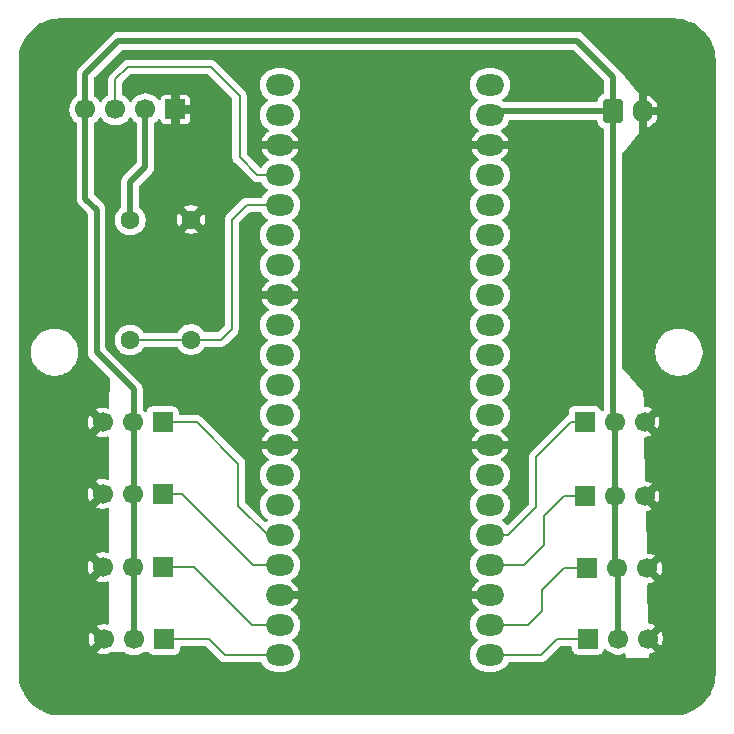
<source format=gbr>
%TF.GenerationSoftware,KiCad,Pcbnew,9.0.5*%
%TF.CreationDate,2025-11-02T16:23:16+01:00*%
%TF.ProjectId,motherboard,6d6f7468-6572-4626-9f61-72642e6b6963,rev?*%
%TF.SameCoordinates,Original*%
%TF.FileFunction,Copper,L2,Bot*%
%TF.FilePolarity,Positive*%
%FSLAX46Y46*%
G04 Gerber Fmt 4.6, Leading zero omitted, Abs format (unit mm)*
G04 Created by KiCad (PCBNEW 9.0.5) date 2025-11-02 16:23:16*
%MOMM*%
%LPD*%
G01*
G04 APERTURE LIST*
G04 Aperture macros list*
%AMRoundRect*
0 Rectangle with rounded corners*
0 $1 Rounding radius*
0 $2 $3 $4 $5 $6 $7 $8 $9 X,Y pos of 4 corners*
0 Add a 4 corners polygon primitive as box body*
4,1,4,$2,$3,$4,$5,$6,$7,$8,$9,$2,$3,0*
0 Add four circle primitives for the rounded corners*
1,1,$1+$1,$2,$3*
1,1,$1+$1,$4,$5*
1,1,$1+$1,$6,$7*
1,1,$1+$1,$8,$9*
0 Add four rect primitives between the rounded corners*
20,1,$1+$1,$2,$3,$4,$5,0*
20,1,$1+$1,$4,$5,$6,$7,0*
20,1,$1+$1,$6,$7,$8,$9,0*
20,1,$1+$1,$8,$9,$2,$3,0*%
G04 Aperture macros list end*
%TA.AperFunction,ComponentPad*%
%ADD10R,1.700000X1.700000*%
%TD*%
%TA.AperFunction,ComponentPad*%
%ADD11C,1.700000*%
%TD*%
%TA.AperFunction,ComponentPad*%
%ADD12C,1.600000*%
%TD*%
%TA.AperFunction,ComponentPad*%
%ADD13RoundRect,0.250000X-0.600000X-0.750000X0.600000X-0.750000X0.600000X0.750000X-0.600000X0.750000X0*%
%TD*%
%TA.AperFunction,ComponentPad*%
%ADD14O,1.700000X2.000000*%
%TD*%
%TA.AperFunction,ComponentPad*%
%ADD15O,2.400000X1.800000*%
%TD*%
%TA.AperFunction,Conductor*%
%ADD16C,0.500000*%
%TD*%
%TA.AperFunction,Conductor*%
%ADD17C,0.200000*%
%TD*%
G04 APERTURE END LIST*
D10*
%TO.P,J4,1*%
%TO.N,Net-(A1-GPIO17)*%
X168810000Y-117000000D03*
D11*
%TO.P,J4,2*%
%TO.N,/5V*%
X171350000Y-117000000D03*
%TO.P,J4,3*%
%TO.N,GND*%
X173890000Y-117000000D03*
%TD*%
D10*
%TO.P,J9,1*%
%TO.N,Net-(A1-GPIO18)*%
X168570000Y-110900000D03*
D11*
%TO.P,J9,2*%
%TO.N,/5V*%
X171110000Y-110900000D03*
%TO.P,J9,3*%
%TO.N,GND*%
X173650000Y-110900000D03*
%TD*%
D12*
%TO.P,R2,1*%
%TO.N,GND*%
X135250000Y-87470000D03*
%TO.P,R2,2*%
%TO.N,Net-(A1-GPIO3)*%
X135250000Y-97630000D03*
%TD*%
D13*
%TO.P,J2,1*%
%TO.N,/5V*%
X171000000Y-78300000D03*
D14*
%TO.P,J2,2*%
%TO.N,GND*%
X173500000Y-78300000D03*
%TD*%
D15*
%TO.P,A1,1,GPIO0*%
%TO.N,unconnected-(A1-GPIO0-Pad1)*%
X142770000Y-76080000D03*
%TO.P,A1,2,GPIO1*%
%TO.N,unconnected-(A1-GPIO1-Pad2)*%
X142770000Y-78620000D03*
%TO.P,A1,3,GND*%
%TO.N,GND*%
X142770000Y-81160000D03*
%TO.P,A1,4,GPIO2*%
%TO.N,Net-(A1-GPIO2)*%
X142770000Y-83700000D03*
%TO.P,A1,5,GPIO3*%
%TO.N,Net-(A1-GPIO3)*%
X142770000Y-86240000D03*
%TO.P,A1,6,GPIO4*%
%TO.N,unconnected-(A1-GPIO4-Pad6)*%
X142770000Y-88780000D03*
%TO.P,A1,7,GPIO5*%
%TO.N,unconnected-(A1-GPIO5-Pad7)*%
X142770000Y-91320000D03*
%TO.P,A1,8,GND*%
%TO.N,GND*%
X142770000Y-93860000D03*
%TO.P,A1,9,GPIO6*%
%TO.N,unconnected-(A1-GPIO6-Pad9)*%
X142770000Y-96400000D03*
%TO.P,A1,10,GPIO7*%
%TO.N,unconnected-(A1-GPIO7-Pad10)*%
X142770000Y-98940000D03*
%TO.P,A1,11,GPIO8*%
%TO.N,unconnected-(A1-GPIO8-Pad11)*%
X142770000Y-101480000D03*
%TO.P,A1,12,GPIO9*%
%TO.N,unconnected-(A1-GPIO9-Pad12)*%
X142770000Y-104020000D03*
%TO.P,A1,13,GND*%
%TO.N,GND*%
X142770000Y-106560000D03*
%TO.P,A1,14,GPIO10*%
%TO.N,unconnected-(A1-GPIO10-Pad14)*%
X142770000Y-109100000D03*
%TO.P,A1,15,GPIO11*%
%TO.N,unconnected-(A1-GPIO11-Pad15)*%
X142770000Y-111640000D03*
%TO.P,A1,16,GPIO12*%
%TO.N,Net-(A1-GPIO12)*%
X142770000Y-114180000D03*
%TO.P,A1,17,GPIO13*%
%TO.N,Net-(A1-GPIO13)*%
X142770000Y-116720000D03*
%TO.P,A1,18,GND*%
%TO.N,GND*%
X142770000Y-119260000D03*
%TO.P,A1,19,GPIO14*%
%TO.N,Net-(A1-GPIO14)*%
X142770000Y-121800000D03*
%TO.P,A1,20,GPIO15*%
%TO.N,Net-(A1-GPIO15)*%
X142770000Y-124340000D03*
%TO.P,A1,21,GPIO16*%
%TO.N,Net-(A1-GPIO16)*%
X160550000Y-124340000D03*
%TO.P,A1,22,GPIO17*%
%TO.N,Net-(A1-GPIO17)*%
X160550000Y-121800000D03*
%TO.P,A1,23,GND*%
%TO.N,GND*%
X160550000Y-119260000D03*
%TO.P,A1,24,GPIO18*%
%TO.N,Net-(A1-GPIO18)*%
X160550000Y-116720000D03*
%TO.P,A1,25,GPIO19*%
%TO.N,Net-(A1-GPIO19)*%
X160550000Y-114180000D03*
%TO.P,A1,26,GPIO20*%
%TO.N,unconnected-(A1-GPIO20-Pad26)*%
X160550000Y-111640000D03*
%TO.P,A1,27,GPIO21*%
%TO.N,unconnected-(A1-GPIO21-Pad27)*%
X160550000Y-109100000D03*
%TO.P,A1,28,GND*%
%TO.N,GND*%
X160550000Y-106560000D03*
%TO.P,A1,29,GPIO22*%
%TO.N,unconnected-(A1-GPIO22-Pad29)*%
X160550000Y-104020000D03*
%TO.P,A1,30,RUN*%
%TO.N,unconnected-(A1-RUN-Pad30)*%
X160550000Y-101480000D03*
%TO.P,A1,31,GPIO26_ADC0*%
%TO.N,unconnected-(A1-GPIO26_ADC0-Pad31)*%
X160550000Y-98940000D03*
%TO.P,A1,32,GPIO27_ADC1*%
%TO.N,unconnected-(A1-GPIO27_ADC1-Pad32)*%
X160550000Y-96400000D03*
%TO.P,A1,33,AGND*%
%TO.N,unconnected-(A1-AGND-Pad33)*%
X160550000Y-93860000D03*
%TO.P,A1,34,GPIO28_ADC2*%
%TO.N,unconnected-(A1-GPIO28_ADC2-Pad34)*%
X160550000Y-91320000D03*
%TO.P,A1,35,ADC_VREF*%
%TO.N,unconnected-(A1-ADC_VREF-Pad35)*%
X160550000Y-88780000D03*
%TO.P,A1,36,3V3*%
%TO.N,unconnected-(A1-3V3-Pad36)*%
X160550000Y-86240000D03*
%TO.P,A1,37,3V3_EN*%
%TO.N,unconnected-(A1-3V3_EN-Pad37)*%
X160550000Y-83700000D03*
%TO.P,A1,38,GND*%
%TO.N,GND*%
X160550000Y-81160000D03*
%TO.P,A1,39,VSYS*%
%TO.N,/5V*%
X160550000Y-78620000D03*
%TO.P,A1,40,VBUS*%
%TO.N,unconnected-(A1-VBUS-Pad40)*%
X160550000Y-76080000D03*
%TD*%
D10*
%TO.P,J8,1*%
%TO.N,Net-(A1-GPIO12)*%
X132840000Y-104650000D03*
D11*
%TO.P,J8,2*%
%TO.N,/5V*%
X130300000Y-104650000D03*
%TO.P,J8,3*%
%TO.N,GND*%
X127760000Y-104650000D03*
%TD*%
D10*
%TO.P,J3,1*%
%TO.N,Net-(A1-GPIO14)*%
X132850000Y-116900000D03*
D11*
%TO.P,J3,2*%
%TO.N,/5V*%
X130310000Y-116900000D03*
%TO.P,J3,3*%
%TO.N,GND*%
X127770000Y-116900000D03*
%TD*%
D10*
%TO.P,J6,1*%
%TO.N,GND*%
X133920000Y-78150000D03*
D11*
%TO.P,J6,2*%
%TO.N,/ECHO*%
X131380000Y-78150000D03*
%TO.P,J6,3*%
%TO.N,Net-(A1-GPIO2)*%
X128840000Y-78150000D03*
%TO.P,J6,4*%
%TO.N,/5V*%
X126300000Y-78150000D03*
%TD*%
D10*
%TO.P,J5,1*%
%TO.N,Net-(A1-GPIO16)*%
X168860000Y-122950000D03*
D11*
%TO.P,J5,2*%
%TO.N,/5V*%
X171400000Y-122950000D03*
%TO.P,J5,3*%
%TO.N,GND*%
X173940000Y-122950000D03*
%TD*%
D10*
%TO.P,J1,1*%
%TO.N,Net-(A1-GPIO15)*%
X132940000Y-123000000D03*
D11*
%TO.P,J1,2*%
%TO.N,/5V*%
X130400000Y-123000000D03*
%TO.P,J1,3*%
%TO.N,GND*%
X127860000Y-123000000D03*
%TD*%
D10*
%TO.P,J10,1*%
%TO.N,Net-(A1-GPIO19)*%
X168570000Y-104600000D03*
D11*
%TO.P,J10,2*%
%TO.N,/5V*%
X171110000Y-104600000D03*
%TO.P,J10,3*%
%TO.N,GND*%
X173650000Y-104600000D03*
%TD*%
D10*
%TO.P,J7,1*%
%TO.N,Net-(A1-GPIO13)*%
X132850000Y-110700000D03*
D11*
%TO.P,J7,2*%
%TO.N,/5V*%
X130310000Y-110700000D03*
%TO.P,J7,3*%
%TO.N,GND*%
X127770000Y-110700000D03*
%TD*%
D12*
%TO.P,R1,1*%
%TO.N,Net-(A1-GPIO3)*%
X130100000Y-97680000D03*
%TO.P,R1,2*%
%TO.N,/ECHO*%
X130100000Y-87520000D03*
%TD*%
D16*
%TO.N,/5V*%
X129100000Y-72350000D02*
X126300000Y-75150000D01*
X171000000Y-104490000D02*
X171110000Y-104600000D01*
X130400000Y-101850000D02*
X130400000Y-123000000D01*
X167950000Y-72350000D02*
X129100000Y-72350000D01*
X171400000Y-117050000D02*
X171350000Y-117000000D01*
X171000000Y-78300000D02*
X171000000Y-78450000D01*
X126300000Y-78150000D02*
X126300000Y-85700000D01*
X171110000Y-110900000D02*
X171110000Y-116760000D01*
X171000000Y-78300000D02*
X171000000Y-104490000D01*
X171000000Y-78450000D02*
X171400000Y-78850000D01*
X171400000Y-122950000D02*
X171400000Y-117050000D01*
X127250000Y-98700000D02*
X130400000Y-101850000D01*
X127250000Y-86650000D02*
X127250000Y-98700000D01*
X171000000Y-78300000D02*
X171000000Y-75400000D01*
X171000000Y-75400000D02*
X167950000Y-72350000D01*
X171000000Y-78300000D02*
X160870000Y-78300000D01*
X126300000Y-85700000D02*
X127250000Y-86650000D01*
X171110000Y-116760000D02*
X171350000Y-117000000D01*
X171110000Y-104600000D02*
X171110000Y-110900000D01*
X160870000Y-78300000D02*
X160550000Y-78620000D01*
X126300000Y-75150000D02*
X126300000Y-78150000D01*
D17*
%TO.N,Net-(A1-GPIO15)*%
X138100000Y-124350000D02*
X138110000Y-124340000D01*
X138110000Y-124340000D02*
X142770000Y-124340000D01*
X136750000Y-123000000D02*
X138100000Y-124350000D01*
X132940000Y-123000000D02*
X136750000Y-123000000D01*
%TO.N,Net-(A1-GPIO14)*%
X132850000Y-116900000D02*
X135500000Y-116900000D01*
X135500000Y-116900000D02*
X140400000Y-121800000D01*
X140400000Y-121800000D02*
X142770000Y-121800000D01*
%TO.N,Net-(A1-GPIO3)*%
X135250000Y-97630000D02*
X137770000Y-97630000D01*
X138700000Y-96700000D02*
X138700000Y-87500000D01*
X130100000Y-97680000D02*
X135200000Y-97680000D01*
X139960000Y-86240000D02*
X142770000Y-86240000D01*
X135200000Y-97680000D02*
X135250000Y-97630000D01*
X138700000Y-87500000D02*
X139960000Y-86240000D01*
X137770000Y-97630000D02*
X138700000Y-96700000D01*
%TO.N,Net-(A1-GPIO2)*%
X128840000Y-75610000D02*
X129900000Y-74550000D01*
X140850000Y-83700000D02*
X142770000Y-83700000D01*
X129900000Y-74550000D02*
X136900000Y-74550000D01*
X128840000Y-78150000D02*
X128840000Y-75610000D01*
X136900000Y-74550000D02*
X139350000Y-77000000D01*
X139350000Y-82200000D02*
X140850000Y-83700000D01*
X139350000Y-77000000D02*
X139350000Y-82200000D01*
D16*
%TO.N,/ECHO*%
X130100000Y-87520000D02*
X130100000Y-84300000D01*
X131380000Y-83020000D02*
X131380000Y-78150000D01*
X130100000Y-84300000D02*
X131380000Y-83020000D01*
D17*
%TO.N,Net-(A1-GPIO13)*%
X140470000Y-116720000D02*
X142770000Y-116720000D01*
X132850000Y-110700000D02*
X134450000Y-110700000D01*
X134450000Y-110700000D02*
X140470000Y-116720000D01*
%TO.N,Net-(A1-GPIO16)*%
X164850000Y-124350000D02*
X164840000Y-124340000D01*
X164840000Y-124340000D02*
X160550000Y-124340000D01*
X168860000Y-122950000D02*
X166250000Y-122950000D01*
X166250000Y-122950000D02*
X164850000Y-124350000D01*
%TO.N,Net-(A1-GPIO18)*%
X168570000Y-110900000D02*
X166850000Y-110900000D01*
X166850000Y-110900000D02*
X165150000Y-112600000D01*
X165150000Y-112600000D02*
X165150000Y-115000000D01*
X165150000Y-115000000D02*
X163430000Y-116720000D01*
X163430000Y-116720000D02*
X160550000Y-116720000D01*
%TO.N,Net-(A1-GPIO19)*%
X168570000Y-104600000D02*
X167450000Y-104600000D01*
X164450000Y-107600000D02*
X164450000Y-111850000D01*
X162120000Y-114180000D02*
X160550000Y-114180000D01*
X164450000Y-111850000D02*
X162120000Y-114180000D01*
X167450000Y-104600000D02*
X164450000Y-107600000D01*
%TO.N,Net-(A1-GPIO17)*%
X165000000Y-118850000D02*
X165000000Y-120600000D01*
X163800000Y-121800000D02*
X160550000Y-121800000D01*
X166850000Y-117000000D02*
X165000000Y-118850000D01*
X168810000Y-117000000D02*
X166850000Y-117000000D01*
X165000000Y-120600000D02*
X163800000Y-121800000D01*
%TO.N,Net-(A1-GPIO12)*%
X132840000Y-104650000D02*
X135750000Y-104650000D01*
X135750000Y-104650000D02*
X139250000Y-108150000D01*
X141730000Y-114180000D02*
X142770000Y-114180000D01*
X139250000Y-108150000D02*
X139250000Y-111700000D01*
X139250000Y-111700000D02*
X141730000Y-114180000D01*
%TD*%
%TA.AperFunction,Conductor*%
%TO.N,GND*%
G36*
X169599504Y-79070185D02*
G01*
X169645259Y-79122989D01*
X169655823Y-79161898D01*
X169660001Y-79202797D01*
X169660001Y-79202799D01*
X169715185Y-79369331D01*
X169715187Y-79369336D01*
X169734100Y-79399999D01*
X169807288Y-79518656D01*
X169931344Y-79642712D01*
X170080666Y-79734814D01*
X170164505Y-79762595D01*
X170221948Y-79802366D01*
X170248772Y-79866882D01*
X170249500Y-79880300D01*
X170249500Y-103499241D01*
X170240855Y-103528681D01*
X170234332Y-103558668D01*
X170230577Y-103563683D01*
X170229815Y-103566280D01*
X170213181Y-103586922D01*
X170116673Y-103683430D01*
X170055350Y-103716915D01*
X169985658Y-103711931D01*
X169929725Y-103670059D01*
X169912810Y-103639082D01*
X169863797Y-103507671D01*
X169863793Y-103507664D01*
X169777547Y-103392455D01*
X169777544Y-103392452D01*
X169662335Y-103306206D01*
X169662328Y-103306202D01*
X169527482Y-103255908D01*
X169527483Y-103255908D01*
X169467883Y-103249501D01*
X169467881Y-103249500D01*
X169467873Y-103249500D01*
X169467864Y-103249500D01*
X167672129Y-103249500D01*
X167672123Y-103249501D01*
X167612516Y-103255908D01*
X167477671Y-103306202D01*
X167477664Y-103306206D01*
X167362455Y-103392452D01*
X167362452Y-103392455D01*
X167276206Y-103507664D01*
X167276202Y-103507671D01*
X167225908Y-103642517D01*
X167219501Y-103702116D01*
X167219500Y-103702135D01*
X167219500Y-103968089D01*
X167199815Y-104035128D01*
X167157500Y-104075476D01*
X167081287Y-104119477D01*
X167081282Y-104119481D01*
X163969481Y-107231282D01*
X163969479Y-107231285D01*
X163919361Y-107318094D01*
X163919359Y-107318096D01*
X163890425Y-107368209D01*
X163890424Y-107368210D01*
X163874544Y-107427472D01*
X163849499Y-107520943D01*
X163849499Y-107520945D01*
X163849499Y-107689046D01*
X163849500Y-107689059D01*
X163849500Y-111549902D01*
X163829815Y-111616941D01*
X163813181Y-111637583D01*
X162132370Y-113318393D01*
X162071047Y-113351878D01*
X162001355Y-113346894D01*
X161945422Y-113305022D01*
X161944371Y-113303597D01*
X161918247Y-113267641D01*
X161918243Y-113267636D01*
X161762363Y-113111756D01*
X161762358Y-113111752D01*
X161622745Y-113010318D01*
X161580079Y-112954989D01*
X161574100Y-112885375D01*
X161606705Y-112823580D01*
X161622745Y-112809682D01*
X161762358Y-112708247D01*
X161762356Y-112708247D01*
X161762365Y-112708242D01*
X161918242Y-112552365D01*
X162047815Y-112374022D01*
X162147895Y-112177606D01*
X162216015Y-111967951D01*
X162250500Y-111750222D01*
X162250500Y-111529778D01*
X162216015Y-111312049D01*
X162147895Y-111102394D01*
X162147895Y-111102393D01*
X162099292Y-111007007D01*
X162047815Y-110905978D01*
X161971993Y-110801617D01*
X161918247Y-110727641D01*
X161918243Y-110727636D01*
X161762363Y-110571756D01*
X161762358Y-110571752D01*
X161622745Y-110470318D01*
X161580079Y-110414989D01*
X161574100Y-110345375D01*
X161606705Y-110283580D01*
X161622745Y-110269682D01*
X161762358Y-110168247D01*
X161762356Y-110168247D01*
X161762365Y-110168242D01*
X161918242Y-110012365D01*
X162047815Y-109834022D01*
X162147895Y-109637606D01*
X162216015Y-109427951D01*
X162250500Y-109210222D01*
X162250500Y-108989778D01*
X162216015Y-108772049D01*
X162147895Y-108562394D01*
X162147895Y-108562393D01*
X162090676Y-108450097D01*
X162047815Y-108365978D01*
X162031260Y-108343192D01*
X161918247Y-108187641D01*
X161918243Y-108187636D01*
X161762363Y-108031756D01*
X161762358Y-108031752D01*
X161584025Y-107902187D01*
X161584024Y-107902186D01*
X161584022Y-107902185D01*
X161547018Y-107883330D01*
X161496223Y-107835356D01*
X161479428Y-107767535D01*
X161501966Y-107701400D01*
X161530429Y-107672528D01*
X161696889Y-107551587D01*
X161696895Y-107551582D01*
X161841582Y-107406895D01*
X161841582Y-107406894D01*
X161961859Y-107241349D01*
X162054755Y-107059029D01*
X162103179Y-106910000D01*
X160907106Y-106910000D01*
X160950099Y-106867007D01*
X161015925Y-106752993D01*
X161050000Y-106625826D01*
X161050000Y-106494174D01*
X161015925Y-106367007D01*
X160950099Y-106252993D01*
X160907106Y-106210000D01*
X162103179Y-106210000D01*
X162103178Y-106209999D01*
X162054755Y-106060970D01*
X161961859Y-105878650D01*
X161841582Y-105713105D01*
X161841582Y-105713104D01*
X161696895Y-105568417D01*
X161530428Y-105447471D01*
X161487763Y-105392141D01*
X161481784Y-105322527D01*
X161514390Y-105260732D01*
X161547015Y-105236670D01*
X161584022Y-105217815D01*
X161762365Y-105088242D01*
X161918242Y-104932365D01*
X162047815Y-104754022D01*
X162147895Y-104557606D01*
X162216015Y-104347951D01*
X162250500Y-104130222D01*
X162250500Y-103909778D01*
X162216015Y-103692049D01*
X162166366Y-103539242D01*
X162147896Y-103482396D01*
X162147895Y-103482393D01*
X162102067Y-103392452D01*
X162047815Y-103285978D01*
X162006036Y-103228474D01*
X161918247Y-103107641D01*
X161918243Y-103107636D01*
X161762363Y-102951756D01*
X161762358Y-102951752D01*
X161622745Y-102850318D01*
X161580079Y-102794989D01*
X161574100Y-102725375D01*
X161606705Y-102663580D01*
X161622745Y-102649682D01*
X161762358Y-102548247D01*
X161762356Y-102548247D01*
X161762365Y-102548242D01*
X161918242Y-102392365D01*
X162047815Y-102214022D01*
X162147895Y-102017606D01*
X162216015Y-101807951D01*
X162250500Y-101590222D01*
X162250500Y-101369778D01*
X162216015Y-101152049D01*
X162147895Y-100942394D01*
X162147895Y-100942393D01*
X162087972Y-100824790D01*
X162047815Y-100745978D01*
X162031260Y-100723192D01*
X161918247Y-100567641D01*
X161918243Y-100567636D01*
X161762363Y-100411756D01*
X161762358Y-100411752D01*
X161622745Y-100310318D01*
X161580079Y-100254989D01*
X161574100Y-100185375D01*
X161606705Y-100123580D01*
X161622745Y-100109682D01*
X161762358Y-100008247D01*
X161762356Y-100008247D01*
X161762365Y-100008242D01*
X161918242Y-99852365D01*
X162047815Y-99674022D01*
X162147895Y-99477606D01*
X162216015Y-99267951D01*
X162250500Y-99050222D01*
X162250500Y-98829778D01*
X162216015Y-98612049D01*
X162147895Y-98402394D01*
X162147895Y-98402393D01*
X162068925Y-98247409D01*
X162047815Y-98205978D01*
X162028374Y-98179219D01*
X161918247Y-98027641D01*
X161918243Y-98027636D01*
X161762363Y-97871756D01*
X161762358Y-97871752D01*
X161622745Y-97770318D01*
X161580079Y-97714989D01*
X161574100Y-97645375D01*
X161606705Y-97583580D01*
X161622745Y-97569682D01*
X161762358Y-97468247D01*
X161762356Y-97468247D01*
X161762365Y-97468242D01*
X161918242Y-97312365D01*
X162047815Y-97134022D01*
X162147895Y-96937606D01*
X162216015Y-96727951D01*
X162250500Y-96510222D01*
X162250500Y-96289778D01*
X162216015Y-96072049D01*
X162147895Y-95862394D01*
X162147895Y-95862393D01*
X162113237Y-95794375D01*
X162047815Y-95665978D01*
X162031260Y-95643192D01*
X161918247Y-95487641D01*
X161918243Y-95487636D01*
X161762363Y-95331756D01*
X161762358Y-95331752D01*
X161622745Y-95230318D01*
X161580079Y-95174989D01*
X161574100Y-95105375D01*
X161606705Y-95043580D01*
X161622745Y-95029682D01*
X161762358Y-94928247D01*
X161762356Y-94928247D01*
X161762365Y-94928242D01*
X161918242Y-94772365D01*
X162047815Y-94594022D01*
X162147895Y-94397606D01*
X162216015Y-94187951D01*
X162250500Y-93970222D01*
X162250500Y-93749778D01*
X162216015Y-93532049D01*
X162147895Y-93322394D01*
X162147895Y-93322393D01*
X162113237Y-93254375D01*
X162047815Y-93125978D01*
X162031260Y-93103192D01*
X161918247Y-92947641D01*
X161918243Y-92947636D01*
X161762363Y-92791756D01*
X161762358Y-92791752D01*
X161622745Y-92690318D01*
X161580079Y-92634989D01*
X161574100Y-92565375D01*
X161606705Y-92503580D01*
X161622745Y-92489682D01*
X161762358Y-92388247D01*
X161762356Y-92388247D01*
X161762365Y-92388242D01*
X161918242Y-92232365D01*
X162047815Y-92054022D01*
X162147895Y-91857606D01*
X162216015Y-91647951D01*
X162250500Y-91430222D01*
X162250500Y-91209778D01*
X162216015Y-90992049D01*
X162147895Y-90782394D01*
X162147895Y-90782393D01*
X162113237Y-90714375D01*
X162047815Y-90585978D01*
X162031260Y-90563192D01*
X161918247Y-90407641D01*
X161918243Y-90407636D01*
X161762363Y-90251756D01*
X161762358Y-90251752D01*
X161622745Y-90150318D01*
X161580079Y-90094989D01*
X161574100Y-90025375D01*
X161606705Y-89963580D01*
X161622745Y-89949682D01*
X161762358Y-89848247D01*
X161762356Y-89848247D01*
X161762365Y-89848242D01*
X161918242Y-89692365D01*
X162047815Y-89514022D01*
X162147895Y-89317606D01*
X162216015Y-89107951D01*
X162250500Y-88890222D01*
X162250500Y-88669778D01*
X162216015Y-88452049D01*
X162147895Y-88242394D01*
X162147895Y-88242393D01*
X162113237Y-88174375D01*
X162047815Y-88045978D01*
X161988963Y-87964974D01*
X161918247Y-87867641D01*
X161918243Y-87867636D01*
X161762363Y-87711756D01*
X161762358Y-87711752D01*
X161622745Y-87610318D01*
X161580079Y-87554989D01*
X161574100Y-87485375D01*
X161606705Y-87423580D01*
X161622745Y-87409682D01*
X161762358Y-87308247D01*
X161762356Y-87308247D01*
X161762365Y-87308242D01*
X161918242Y-87152365D01*
X162047815Y-86974022D01*
X162147895Y-86777606D01*
X162216015Y-86567951D01*
X162250500Y-86350222D01*
X162250500Y-86129778D01*
X162216015Y-85912049D01*
X162147895Y-85702394D01*
X162147895Y-85702393D01*
X162081351Y-85571796D01*
X162047815Y-85505978D01*
X161944756Y-85364128D01*
X161918247Y-85327641D01*
X161918243Y-85327636D01*
X161762363Y-85171756D01*
X161762358Y-85171752D01*
X161622745Y-85070318D01*
X161580079Y-85014989D01*
X161574100Y-84945375D01*
X161606705Y-84883580D01*
X161622745Y-84869682D01*
X161762358Y-84768247D01*
X161762356Y-84768247D01*
X161762365Y-84768242D01*
X161918242Y-84612365D01*
X162047815Y-84434022D01*
X162147895Y-84237606D01*
X162216015Y-84027951D01*
X162250500Y-83810222D01*
X162250500Y-83589778D01*
X162216015Y-83372049D01*
X162181955Y-83267221D01*
X162147896Y-83162396D01*
X162147895Y-83162393D01*
X162073948Y-83017267D01*
X162047815Y-82965978D01*
X162031260Y-82943192D01*
X161918247Y-82787641D01*
X161918243Y-82787636D01*
X161762363Y-82631756D01*
X161762358Y-82631752D01*
X161584025Y-82502187D01*
X161584024Y-82502186D01*
X161584022Y-82502185D01*
X161547018Y-82483330D01*
X161496223Y-82435356D01*
X161479428Y-82367535D01*
X161501966Y-82301400D01*
X161530429Y-82272528D01*
X161696889Y-82151587D01*
X161696895Y-82151582D01*
X161841582Y-82006895D01*
X161841582Y-82006894D01*
X161961859Y-81841349D01*
X162054755Y-81659029D01*
X162103179Y-81510000D01*
X160907106Y-81510000D01*
X160950099Y-81467007D01*
X161015925Y-81352993D01*
X161050000Y-81225826D01*
X161050000Y-81094174D01*
X161015925Y-80967007D01*
X160950099Y-80852993D01*
X160907106Y-80810000D01*
X162103179Y-80810000D01*
X162103178Y-80809999D01*
X162054755Y-80660970D01*
X161961859Y-80478650D01*
X161841582Y-80313105D01*
X161841582Y-80313104D01*
X161696895Y-80168417D01*
X161530428Y-80047471D01*
X161487763Y-79992141D01*
X161481784Y-79922527D01*
X161514390Y-79860732D01*
X161547015Y-79836670D01*
X161584022Y-79817815D01*
X161762365Y-79688242D01*
X161918242Y-79532365D01*
X162047815Y-79354022D01*
X162147895Y-79157606D01*
X162154855Y-79136183D01*
X162194292Y-79078508D01*
X162258650Y-79051308D01*
X162272787Y-79050500D01*
X169532465Y-79050500D01*
X169599504Y-79070185D01*
G37*
%TD.AperFunction*%
%TA.AperFunction,Conductor*%
G36*
X136666942Y-75170185D02*
G01*
X136687584Y-75186819D01*
X138713181Y-77212416D01*
X138746666Y-77273739D01*
X138749500Y-77300097D01*
X138749500Y-82113330D01*
X138749499Y-82113348D01*
X138749499Y-82279054D01*
X138749498Y-82279054D01*
X138790423Y-82431785D01*
X138819358Y-82481900D01*
X138819359Y-82481904D01*
X138819360Y-82481904D01*
X138869479Y-82568714D01*
X138869481Y-82568717D01*
X138988349Y-82687585D01*
X138988355Y-82687590D01*
X140365139Y-84064374D01*
X140365149Y-84064385D01*
X140369479Y-84068715D01*
X140369480Y-84068716D01*
X140481284Y-84180520D01*
X140481286Y-84180521D01*
X140481290Y-84180524D01*
X140618209Y-84259573D01*
X140618216Y-84259577D01*
X140730019Y-84289534D01*
X140770942Y-84300500D01*
X140770943Y-84300500D01*
X141128164Y-84300500D01*
X141195203Y-84320185D01*
X141238648Y-84368204D01*
X141272185Y-84434023D01*
X141401752Y-84612358D01*
X141401756Y-84612363D01*
X141557636Y-84768243D01*
X141557641Y-84768247D01*
X141697254Y-84869682D01*
X141739920Y-84925012D01*
X141745899Y-84994625D01*
X141713293Y-85056420D01*
X141697254Y-85070318D01*
X141557641Y-85171752D01*
X141557636Y-85171756D01*
X141401756Y-85327636D01*
X141401752Y-85327641D01*
X141272185Y-85505976D01*
X141238648Y-85571796D01*
X141190674Y-85622591D01*
X141128164Y-85639500D01*
X140039057Y-85639500D01*
X139880943Y-85639500D01*
X139728215Y-85680423D01*
X139698202Y-85697751D01*
X139690159Y-85702395D01*
X139690158Y-85702394D01*
X139591287Y-85759477D01*
X139591282Y-85759481D01*
X138219481Y-87131282D01*
X138219479Y-87131285D01*
X138207313Y-87152358D01*
X138178623Y-87202051D01*
X138140423Y-87268215D01*
X138099499Y-87420943D01*
X138099499Y-87420945D01*
X138099499Y-87589046D01*
X138099500Y-87589059D01*
X138099500Y-96399902D01*
X138079815Y-96466941D01*
X138063181Y-96487583D01*
X137557584Y-96993181D01*
X137496261Y-97026666D01*
X137469903Y-97029500D01*
X136479602Y-97029500D01*
X136412563Y-97009815D01*
X136369117Y-96961795D01*
X136362284Y-96948385D01*
X136241971Y-96782786D01*
X136097213Y-96638028D01*
X135931613Y-96517715D01*
X135931612Y-96517714D01*
X135931610Y-96517713D01*
X135872477Y-96487583D01*
X135749223Y-96424781D01*
X135554534Y-96361522D01*
X135379995Y-96333878D01*
X135352352Y-96329500D01*
X135147648Y-96329500D01*
X135123329Y-96333351D01*
X134945465Y-96361522D01*
X134750776Y-96424781D01*
X134568386Y-96517715D01*
X134402786Y-96638028D01*
X134258028Y-96782786D01*
X134137713Y-96948388D01*
X134105407Y-97011794D01*
X134057433Y-97062591D01*
X133994922Y-97079500D01*
X131329602Y-97079500D01*
X131262563Y-97059815D01*
X131219117Y-97011795D01*
X131212287Y-96998390D01*
X131212285Y-96998387D01*
X131212284Y-96998385D01*
X131091971Y-96832786D01*
X130947213Y-96688028D01*
X130781613Y-96567715D01*
X130781612Y-96567714D01*
X130781610Y-96567713D01*
X130683480Y-96517713D01*
X130599223Y-96474781D01*
X130404534Y-96411522D01*
X130229995Y-96383878D01*
X130202352Y-96379500D01*
X129997648Y-96379500D01*
X129973329Y-96383351D01*
X129795465Y-96411522D01*
X129600776Y-96474781D01*
X129418386Y-96567715D01*
X129252786Y-96688028D01*
X129108028Y-96832786D01*
X128987715Y-96998386D01*
X128894781Y-97180776D01*
X128831522Y-97375465D01*
X128799500Y-97577648D01*
X128799500Y-97782351D01*
X128831522Y-97984534D01*
X128894781Y-98179223D01*
X128987715Y-98361613D01*
X129108028Y-98527213D01*
X129252786Y-98671971D01*
X129349566Y-98742284D01*
X129418390Y-98792287D01*
X129494618Y-98831127D01*
X129600776Y-98885218D01*
X129600778Y-98885218D01*
X129600781Y-98885220D01*
X129704459Y-98918907D01*
X129795465Y-98948477D01*
X129896557Y-98964488D01*
X129997648Y-98980500D01*
X129997649Y-98980500D01*
X130202351Y-98980500D01*
X130202352Y-98980500D01*
X130404534Y-98948477D01*
X130599219Y-98885220D01*
X130781610Y-98792287D01*
X130874590Y-98724732D01*
X130947213Y-98671971D01*
X130947215Y-98671968D01*
X130947219Y-98671966D01*
X131091966Y-98527219D01*
X131091968Y-98527215D01*
X131091971Y-98527213D01*
X131196913Y-98382770D01*
X131212287Y-98361610D01*
X131219117Y-98348204D01*
X131267091Y-98297409D01*
X131329602Y-98280500D01*
X134051929Y-98280500D01*
X134118968Y-98300185D01*
X134152245Y-98331613D01*
X134220423Y-98425451D01*
X134258034Y-98477219D01*
X134402786Y-98621971D01*
X134557749Y-98734556D01*
X134568390Y-98742287D01*
X134677670Y-98797968D01*
X134750776Y-98835218D01*
X134750778Y-98835218D01*
X134750781Y-98835220D01*
X134855137Y-98869127D01*
X134945465Y-98898477D01*
X135046557Y-98914488D01*
X135147648Y-98930500D01*
X135147649Y-98930500D01*
X135352351Y-98930500D01*
X135352352Y-98930500D01*
X135554534Y-98898477D01*
X135749219Y-98835220D01*
X135931610Y-98742287D01*
X136024590Y-98674732D01*
X136097213Y-98621971D01*
X136097215Y-98621968D01*
X136097219Y-98621966D01*
X136241966Y-98477219D01*
X136241968Y-98477215D01*
X136241971Y-98477213D01*
X136362284Y-98311614D01*
X136362283Y-98311614D01*
X136362287Y-98311610D01*
X136369117Y-98298204D01*
X136417091Y-98247409D01*
X136479602Y-98230500D01*
X137683331Y-98230500D01*
X137683347Y-98230501D01*
X137690943Y-98230501D01*
X137849054Y-98230501D01*
X137849057Y-98230501D01*
X138001785Y-98189577D01*
X138019725Y-98179219D01*
X138052091Y-98160533D01*
X138052102Y-98160525D01*
X138052114Y-98160519D01*
X138138716Y-98110520D01*
X138250520Y-97998716D01*
X138250520Y-97998714D01*
X138260724Y-97988511D01*
X138260727Y-97988506D01*
X139180520Y-97068716D01*
X139259577Y-96931784D01*
X139300501Y-96779057D01*
X139300501Y-96620942D01*
X139300501Y-96613347D01*
X139300500Y-96613329D01*
X139300500Y-87800097D01*
X139320185Y-87733058D01*
X139336819Y-87712416D01*
X140172416Y-86876819D01*
X140233739Y-86843334D01*
X140260097Y-86840500D01*
X141128164Y-86840500D01*
X141195203Y-86860185D01*
X141238648Y-86908204D01*
X141272185Y-86974023D01*
X141401752Y-87152358D01*
X141401756Y-87152363D01*
X141557636Y-87308243D01*
X141557641Y-87308247D01*
X141697254Y-87409682D01*
X141739920Y-87465012D01*
X141745899Y-87534625D01*
X141713293Y-87596420D01*
X141697254Y-87610318D01*
X141557641Y-87711752D01*
X141557636Y-87711756D01*
X141401756Y-87867636D01*
X141401752Y-87867641D01*
X141272187Y-88045974D01*
X141172104Y-88242393D01*
X141172103Y-88242396D01*
X141103985Y-88452047D01*
X141069500Y-88669778D01*
X141069500Y-88890221D01*
X141103985Y-89107952D01*
X141172103Y-89317603D01*
X141172104Y-89317606D01*
X141272187Y-89514025D01*
X141401752Y-89692358D01*
X141401756Y-89692363D01*
X141557636Y-89848243D01*
X141557641Y-89848247D01*
X141697254Y-89949682D01*
X141739920Y-90005012D01*
X141745899Y-90074625D01*
X141713293Y-90136420D01*
X141697254Y-90150318D01*
X141557641Y-90251752D01*
X141557636Y-90251756D01*
X141401756Y-90407636D01*
X141401752Y-90407641D01*
X141272187Y-90585974D01*
X141172104Y-90782393D01*
X141172103Y-90782396D01*
X141103985Y-90992047D01*
X141069500Y-91209778D01*
X141069500Y-91430221D01*
X141103985Y-91647952D01*
X141172103Y-91857603D01*
X141172104Y-91857606D01*
X141272187Y-92054025D01*
X141401752Y-92232358D01*
X141401756Y-92232363D01*
X141557636Y-92388243D01*
X141557641Y-92388247D01*
X141735976Y-92517814D01*
X141772979Y-92536668D01*
X141823775Y-92584642D01*
X141840571Y-92652463D01*
X141818034Y-92718598D01*
X141789571Y-92747471D01*
X141623105Y-92868416D01*
X141478417Y-93013104D01*
X141478417Y-93013105D01*
X141358140Y-93178650D01*
X141265244Y-93360970D01*
X141216821Y-93509999D01*
X141216821Y-93510000D01*
X142412894Y-93510000D01*
X142369901Y-93552993D01*
X142304075Y-93667007D01*
X142270000Y-93794174D01*
X142270000Y-93925826D01*
X142304075Y-94052993D01*
X142369901Y-94167007D01*
X142412894Y-94210000D01*
X141216821Y-94210000D01*
X141265244Y-94359029D01*
X141358140Y-94541349D01*
X141478417Y-94706894D01*
X141478417Y-94706895D01*
X141623104Y-94851582D01*
X141789571Y-94972528D01*
X141832236Y-95027858D01*
X141838215Y-95097471D01*
X141805609Y-95159266D01*
X141772981Y-95183330D01*
X141735976Y-95202185D01*
X141557641Y-95331752D01*
X141557636Y-95331756D01*
X141401756Y-95487636D01*
X141401752Y-95487641D01*
X141272187Y-95665974D01*
X141172104Y-95862393D01*
X141172103Y-95862396D01*
X141103985Y-96072047D01*
X141103985Y-96072049D01*
X141069500Y-96289778D01*
X141069500Y-96510222D01*
X141070687Y-96517715D01*
X141103985Y-96727952D01*
X141172103Y-96937603D01*
X141172104Y-96937606D01*
X141272187Y-97134025D01*
X141401752Y-97312358D01*
X141401756Y-97312363D01*
X141557636Y-97468243D01*
X141557641Y-97468247D01*
X141697254Y-97569682D01*
X141739920Y-97625012D01*
X141745899Y-97694625D01*
X141713293Y-97756420D01*
X141697254Y-97770318D01*
X141557641Y-97871752D01*
X141557636Y-97871756D01*
X141401756Y-98027636D01*
X141401752Y-98027641D01*
X141272187Y-98205974D01*
X141172104Y-98402393D01*
X141172103Y-98402396D01*
X141103985Y-98612047D01*
X141069500Y-98829778D01*
X141069500Y-99050221D01*
X141103985Y-99267952D01*
X141172103Y-99477603D01*
X141172104Y-99477606D01*
X141272187Y-99674025D01*
X141401752Y-99852358D01*
X141401756Y-99852363D01*
X141557636Y-100008243D01*
X141557641Y-100008247D01*
X141697254Y-100109682D01*
X141739920Y-100165012D01*
X141745899Y-100234625D01*
X141713293Y-100296420D01*
X141697254Y-100310318D01*
X141557641Y-100411752D01*
X141557636Y-100411756D01*
X141401756Y-100567636D01*
X141401752Y-100567641D01*
X141272187Y-100745974D01*
X141172104Y-100942393D01*
X141172103Y-100942396D01*
X141103985Y-101152047D01*
X141069500Y-101369778D01*
X141069500Y-101590221D01*
X141103985Y-101807952D01*
X141172103Y-102017603D01*
X141172104Y-102017606D01*
X141272187Y-102214025D01*
X141401752Y-102392358D01*
X141401756Y-102392363D01*
X141557636Y-102548243D01*
X141557641Y-102548247D01*
X141697254Y-102649682D01*
X141739920Y-102705012D01*
X141745899Y-102774625D01*
X141713293Y-102836420D01*
X141697254Y-102850318D01*
X141557641Y-102951752D01*
X141557636Y-102951756D01*
X141401756Y-103107636D01*
X141401752Y-103107641D01*
X141272187Y-103285974D01*
X141172104Y-103482393D01*
X141172103Y-103482396D01*
X141103985Y-103692047D01*
X141091606Y-103770208D01*
X141069500Y-103909778D01*
X141069500Y-104130222D01*
X141075827Y-104170169D01*
X141103985Y-104347952D01*
X141172103Y-104557603D01*
X141172104Y-104557606D01*
X141227246Y-104665826D01*
X141269311Y-104748382D01*
X141272187Y-104754025D01*
X141401752Y-104932358D01*
X141401756Y-104932363D01*
X141557636Y-105088243D01*
X141557641Y-105088247D01*
X141735976Y-105217814D01*
X141772979Y-105236668D01*
X141823775Y-105284642D01*
X141840571Y-105352463D01*
X141818034Y-105418598D01*
X141789571Y-105447471D01*
X141623105Y-105568416D01*
X141478417Y-105713104D01*
X141478417Y-105713105D01*
X141358140Y-105878650D01*
X141265244Y-106060970D01*
X141216821Y-106209999D01*
X141216821Y-106210000D01*
X142412894Y-106210000D01*
X142369901Y-106252993D01*
X142304075Y-106367007D01*
X142270000Y-106494174D01*
X142270000Y-106625826D01*
X142304075Y-106752993D01*
X142369901Y-106867007D01*
X142412894Y-106910000D01*
X141216821Y-106910000D01*
X141265244Y-107059029D01*
X141358140Y-107241349D01*
X141478417Y-107406894D01*
X141478417Y-107406895D01*
X141623104Y-107551582D01*
X141789571Y-107672528D01*
X141832236Y-107727858D01*
X141838215Y-107797471D01*
X141805609Y-107859266D01*
X141772981Y-107883330D01*
X141735976Y-107902185D01*
X141557641Y-108031752D01*
X141557636Y-108031756D01*
X141401756Y-108187636D01*
X141401752Y-108187641D01*
X141272187Y-108365974D01*
X141172104Y-108562393D01*
X141172103Y-108562396D01*
X141103985Y-108772047D01*
X141069500Y-108989778D01*
X141069500Y-109210221D01*
X141103985Y-109427952D01*
X141172103Y-109637603D01*
X141172104Y-109637606D01*
X141200052Y-109692455D01*
X141265146Y-109820208D01*
X141272187Y-109834025D01*
X141401752Y-110012358D01*
X141401756Y-110012363D01*
X141557636Y-110168243D01*
X141557641Y-110168247D01*
X141697254Y-110269682D01*
X141739920Y-110325012D01*
X141745899Y-110394625D01*
X141713293Y-110456420D01*
X141697254Y-110470318D01*
X141557641Y-110571752D01*
X141557636Y-110571756D01*
X141401756Y-110727636D01*
X141401752Y-110727641D01*
X141272187Y-110905974D01*
X141172104Y-111102393D01*
X141172103Y-111102396D01*
X141103985Y-111312047D01*
X141090070Y-111399902D01*
X141069500Y-111529778D01*
X141069500Y-111750222D01*
X141076821Y-111796442D01*
X141103985Y-111967952D01*
X141172103Y-112177603D01*
X141172104Y-112177606D01*
X141272187Y-112374025D01*
X141401752Y-112552358D01*
X141401756Y-112552363D01*
X141557636Y-112708243D01*
X141557641Y-112708247D01*
X141697255Y-112809682D01*
X141739921Y-112865011D01*
X141745900Y-112934625D01*
X141713295Y-112996420D01*
X141697255Y-113010318D01*
X141616300Y-113069135D01*
X141550494Y-113092615D01*
X141482440Y-113076789D01*
X141455734Y-113056498D01*
X139886819Y-111487583D01*
X139853334Y-111426260D01*
X139850500Y-111399902D01*
X139850500Y-108070945D01*
X139850500Y-108070943D01*
X139809577Y-107918216D01*
X139775543Y-107859266D01*
X139730524Y-107781290D01*
X139730521Y-107781286D01*
X139730520Y-107781284D01*
X139618716Y-107669480D01*
X139618715Y-107669479D01*
X139614385Y-107665149D01*
X139614374Y-107665139D01*
X136237590Y-104288355D01*
X136237588Y-104288352D01*
X136118717Y-104169481D01*
X136118716Y-104169480D01*
X136030486Y-104118541D01*
X135981785Y-104090423D01*
X135829057Y-104049499D01*
X135670943Y-104049499D01*
X135663347Y-104049499D01*
X135663331Y-104049500D01*
X134314499Y-104049500D01*
X134247460Y-104029815D01*
X134201705Y-103977011D01*
X134190499Y-103925500D01*
X134190499Y-103752129D01*
X134190498Y-103752123D01*
X134184091Y-103692516D01*
X134133797Y-103557671D01*
X134133793Y-103557664D01*
X134047547Y-103442455D01*
X134047544Y-103442452D01*
X133932335Y-103356206D01*
X133932328Y-103356202D01*
X133797482Y-103305908D01*
X133797483Y-103305908D01*
X133737883Y-103299501D01*
X133737881Y-103299500D01*
X133737873Y-103299500D01*
X133737864Y-103299500D01*
X131942129Y-103299500D01*
X131942123Y-103299501D01*
X131882516Y-103305908D01*
X131747671Y-103356202D01*
X131747664Y-103356206D01*
X131632455Y-103442452D01*
X131632452Y-103442455D01*
X131546206Y-103557664D01*
X131546203Y-103557669D01*
X131497189Y-103689083D01*
X131455317Y-103745016D01*
X131389853Y-103769433D01*
X131321580Y-103754581D01*
X131293326Y-103733430D01*
X131186819Y-103626923D01*
X131153334Y-103565600D01*
X131150500Y-103539242D01*
X131150500Y-101776081D01*
X131144763Y-101747242D01*
X131144763Y-101747240D01*
X131121660Y-101631095D01*
X131121659Y-101631088D01*
X131065084Y-101494506D01*
X131065084Y-101494505D01*
X131032186Y-101445270D01*
X131030802Y-101443198D01*
X130982956Y-101371589D01*
X130982952Y-101371584D01*
X128036819Y-98425451D01*
X128003334Y-98364128D01*
X128000500Y-98337770D01*
X128000500Y-86576079D01*
X127971659Y-86431092D01*
X127971658Y-86431091D01*
X127971658Y-86431087D01*
X127938163Y-86350222D01*
X127915086Y-86294509D01*
X127915085Y-86294507D01*
X127882186Y-86245270D01*
X127882185Y-86245268D01*
X127832956Y-86171589D01*
X127832952Y-86171584D01*
X127086819Y-85425451D01*
X127053334Y-85364128D01*
X127050500Y-85337770D01*
X127050500Y-79337220D01*
X127070185Y-79270181D01*
X127101614Y-79236902D01*
X127179792Y-79180104D01*
X127330104Y-79029792D01*
X127330106Y-79029788D01*
X127330109Y-79029786D01*
X127455048Y-78857820D01*
X127455047Y-78857820D01*
X127455051Y-78857816D01*
X127459514Y-78849054D01*
X127507488Y-78798259D01*
X127575308Y-78781463D01*
X127641444Y-78803999D01*
X127680486Y-78849056D01*
X127684951Y-78857820D01*
X127809890Y-79029786D01*
X127960213Y-79180109D01*
X128132179Y-79305048D01*
X128132181Y-79305049D01*
X128132184Y-79305051D01*
X128321588Y-79401557D01*
X128523757Y-79467246D01*
X128733713Y-79500500D01*
X128733714Y-79500500D01*
X128946286Y-79500500D01*
X128946287Y-79500500D01*
X129156243Y-79467246D01*
X129358412Y-79401557D01*
X129547816Y-79305051D01*
X129595811Y-79270181D01*
X129719786Y-79180109D01*
X129719788Y-79180106D01*
X129719792Y-79180104D01*
X129870104Y-79029792D01*
X129870106Y-79029788D01*
X129870109Y-79029786D01*
X129995048Y-78857820D01*
X129995047Y-78857820D01*
X129995051Y-78857816D01*
X129999514Y-78849054D01*
X130047488Y-78798259D01*
X130115308Y-78781463D01*
X130181444Y-78803999D01*
X130220486Y-78849056D01*
X130224951Y-78857820D01*
X130349890Y-79029786D01*
X130349896Y-79029792D01*
X130500208Y-79180104D01*
X130578384Y-79236902D01*
X130621051Y-79292231D01*
X130629500Y-79337220D01*
X130629500Y-82657769D01*
X130609815Y-82724808D01*
X130593181Y-82745450D01*
X129517050Y-83821580D01*
X129517044Y-83821588D01*
X129467812Y-83895268D01*
X129467813Y-83895269D01*
X129434921Y-83944496D01*
X129434914Y-83944508D01*
X129378342Y-84081086D01*
X129378340Y-84081092D01*
X129349500Y-84226079D01*
X129349500Y-86394582D01*
X129329815Y-86461621D01*
X129298385Y-86494900D01*
X129252787Y-86528028D01*
X129252782Y-86528032D01*
X129108028Y-86672786D01*
X128987715Y-86838386D01*
X128894781Y-87020776D01*
X128831522Y-87215465D01*
X128815662Y-87315606D01*
X128799500Y-87417648D01*
X128799500Y-87622352D01*
X128803878Y-87649995D01*
X128831522Y-87824534D01*
X128894781Y-88019223D01*
X128987715Y-88201613D01*
X129108028Y-88367213D01*
X129252786Y-88511971D01*
X129407749Y-88624556D01*
X129418390Y-88632287D01*
X129534607Y-88691503D01*
X129600776Y-88725218D01*
X129600778Y-88725218D01*
X129600781Y-88725220D01*
X129705137Y-88759127D01*
X129795465Y-88788477D01*
X129896557Y-88804488D01*
X129997648Y-88820500D01*
X129997649Y-88820500D01*
X130202351Y-88820500D01*
X130202352Y-88820500D01*
X130404534Y-88788477D01*
X130599219Y-88725220D01*
X130781610Y-88632287D01*
X130874590Y-88564732D01*
X130923406Y-88529267D01*
X134685704Y-88529267D01*
X134789354Y-88582081D01*
X134789361Y-88582084D01*
X134968998Y-88640452D01*
X135155553Y-88670000D01*
X135344447Y-88670000D01*
X135531001Y-88640452D01*
X135710638Y-88582084D01*
X135710645Y-88582081D01*
X135814294Y-88529267D01*
X135250001Y-87964974D01*
X135250000Y-87964974D01*
X134685704Y-88529267D01*
X130923406Y-88529267D01*
X130947213Y-88511971D01*
X130947215Y-88511968D01*
X130947219Y-88511966D01*
X131091966Y-88367219D01*
X131091968Y-88367215D01*
X131091971Y-88367213D01*
X131182654Y-88242396D01*
X131212287Y-88201610D01*
X131305220Y-88019219D01*
X131368477Y-87824534D01*
X131400500Y-87622352D01*
X131400500Y-87417648D01*
X131393833Y-87375552D01*
X134050000Y-87375552D01*
X134050000Y-87564447D01*
X134079547Y-87751001D01*
X134137915Y-87930637D01*
X134190731Y-88034293D01*
X134755026Y-87470000D01*
X134702365Y-87417339D01*
X134850000Y-87417339D01*
X134850000Y-87522661D01*
X134877259Y-87624394D01*
X134929920Y-87715606D01*
X135004394Y-87790080D01*
X135095606Y-87842741D01*
X135197339Y-87870000D01*
X135302661Y-87870000D01*
X135404394Y-87842741D01*
X135495606Y-87790080D01*
X135570080Y-87715606D01*
X135622741Y-87624394D01*
X135650000Y-87522661D01*
X135650000Y-87469999D01*
X135744974Y-87469999D01*
X135744974Y-87470001D01*
X136309267Y-88034294D01*
X136362081Y-87930645D01*
X136362084Y-87930638D01*
X136420452Y-87751001D01*
X136450000Y-87564447D01*
X136450000Y-87375552D01*
X136420452Y-87188998D01*
X136362084Y-87009361D01*
X136362081Y-87009354D01*
X136309267Y-86905704D01*
X135744974Y-87469999D01*
X135650000Y-87469999D01*
X135650000Y-87417339D01*
X135622741Y-87315606D01*
X135570080Y-87224394D01*
X135495606Y-87149920D01*
X135404394Y-87097259D01*
X135302661Y-87070000D01*
X135197339Y-87070000D01*
X135095606Y-87097259D01*
X135004394Y-87149920D01*
X134929920Y-87224394D01*
X134877259Y-87315606D01*
X134850000Y-87417339D01*
X134702365Y-87417339D01*
X134190731Y-86905705D01*
X134137914Y-87009362D01*
X134079548Y-87188997D01*
X134050000Y-87375552D01*
X131393833Y-87375552D01*
X131368477Y-87215466D01*
X131305220Y-87020781D01*
X131305218Y-87020778D01*
X131305218Y-87020776D01*
X131247859Y-86908204D01*
X131212287Y-86838390D01*
X131204556Y-86827749D01*
X131091971Y-86672786D01*
X130965413Y-86546228D01*
X130947219Y-86528034D01*
X130899243Y-86493177D01*
X130896936Y-86491328D01*
X130878557Y-86464998D01*
X130858949Y-86439571D01*
X130858264Y-86435928D01*
X130856944Y-86434036D01*
X130856697Y-86427580D01*
X130853533Y-86410731D01*
X134685705Y-86410731D01*
X135250000Y-86975026D01*
X135250001Y-86975026D01*
X135814293Y-86410731D01*
X135710637Y-86357915D01*
X135531001Y-86299547D01*
X135344447Y-86270000D01*
X135155553Y-86270000D01*
X134968997Y-86299548D01*
X134789362Y-86357914D01*
X134685705Y-86410731D01*
X130853533Y-86410731D01*
X130850500Y-86394582D01*
X130850500Y-84662229D01*
X130870185Y-84595190D01*
X130886819Y-84574548D01*
X131962948Y-83498419D01*
X131962951Y-83498416D01*
X132045084Y-83375495D01*
X132101658Y-83238913D01*
X132130500Y-83093918D01*
X132130500Y-82946083D01*
X132130500Y-79337220D01*
X132150185Y-79270181D01*
X132181614Y-79236902D01*
X132259792Y-79180104D01*
X132410104Y-79029792D01*
X132447303Y-78978592D01*
X132502633Y-78935925D01*
X132572246Y-78929946D01*
X132634041Y-78962551D01*
X132668399Y-79023389D01*
X132670096Y-79032080D01*
X132684835Y-79125149D01*
X132684837Y-79125155D01*
X132742356Y-79238041D01*
X132742363Y-79238050D01*
X132831949Y-79327636D01*
X132831953Y-79327639D01*
X132944855Y-79385166D01*
X133038514Y-79399999D01*
X133569999Y-79399999D01*
X133570000Y-79399998D01*
X133570000Y-78507106D01*
X133612993Y-78550099D01*
X133727007Y-78615925D01*
X133854174Y-78650000D01*
X133985826Y-78650000D01*
X134112993Y-78615925D01*
X134227007Y-78550099D01*
X134270000Y-78507106D01*
X134270000Y-79399999D01*
X134801479Y-79399999D01*
X134895149Y-79385164D01*
X134895155Y-79385162D01*
X135008041Y-79327643D01*
X135008050Y-79327636D01*
X135097636Y-79238050D01*
X135097639Y-79238046D01*
X135155166Y-79125144D01*
X135170000Y-79031486D01*
X135170000Y-78500000D01*
X134277106Y-78500000D01*
X134320099Y-78457007D01*
X134385925Y-78342993D01*
X134420000Y-78215826D01*
X134420000Y-78084174D01*
X134385925Y-77957007D01*
X134320099Y-77842993D01*
X134277106Y-77800000D01*
X135169999Y-77800000D01*
X135169999Y-77268520D01*
X135155164Y-77174850D01*
X135155162Y-77174844D01*
X135097643Y-77061958D01*
X135097636Y-77061949D01*
X135008050Y-76972363D01*
X135008046Y-76972360D01*
X134895144Y-76914833D01*
X134801486Y-76900000D01*
X134270000Y-76900000D01*
X134270000Y-77792894D01*
X134227007Y-77749901D01*
X134112993Y-77684075D01*
X133985826Y-77650000D01*
X133854174Y-77650000D01*
X133727007Y-77684075D01*
X133612993Y-77749901D01*
X133570000Y-77792894D01*
X133570000Y-76900000D01*
X133038520Y-76900000D01*
X132944850Y-76914835D01*
X132944844Y-76914837D01*
X132831958Y-76972356D01*
X132831949Y-76972363D01*
X132742363Y-77061949D01*
X132742360Y-77061953D01*
X132684833Y-77174855D01*
X132670093Y-77267921D01*
X132640163Y-77331055D01*
X132580851Y-77367986D01*
X132510989Y-77366988D01*
X132452756Y-77328377D01*
X132447301Y-77321406D01*
X132410107Y-77270211D01*
X132259786Y-77119890D01*
X132087820Y-76994951D01*
X131898414Y-76898444D01*
X131898413Y-76898443D01*
X131898412Y-76898443D01*
X131696243Y-76832754D01*
X131696241Y-76832753D01*
X131696240Y-76832753D01*
X131534957Y-76807208D01*
X131486287Y-76799500D01*
X131273713Y-76799500D01*
X131225042Y-76807208D01*
X131063760Y-76832753D01*
X130861585Y-76898444D01*
X130672179Y-76994951D01*
X130500213Y-77119890D01*
X130349890Y-77270213D01*
X130224949Y-77442182D01*
X130220484Y-77450946D01*
X130172509Y-77501742D01*
X130104688Y-77518536D01*
X130038553Y-77495998D01*
X129999516Y-77450946D01*
X129995050Y-77442182D01*
X129870109Y-77270213D01*
X129719786Y-77119890D01*
X129547815Y-76994948D01*
X129547814Y-76994947D01*
X129508205Y-76974765D01*
X129457409Y-76926791D01*
X129440500Y-76864281D01*
X129440500Y-75910097D01*
X129460185Y-75843058D01*
X129476819Y-75822416D01*
X130112416Y-75186819D01*
X130173739Y-75153334D01*
X130200097Y-75150500D01*
X136599903Y-75150500D01*
X136666942Y-75170185D01*
G37*
%TD.AperFunction*%
%TA.AperFunction,Conductor*%
G36*
X176153032Y-70450648D02*
G01*
X176486929Y-70467052D01*
X176499037Y-70468245D01*
X176602146Y-70483539D01*
X176826699Y-70516849D01*
X176838617Y-70519219D01*
X177159951Y-70599709D01*
X177171588Y-70603240D01*
X177242806Y-70628722D01*
X177483467Y-70714832D01*
X177494688Y-70719479D01*
X177794163Y-70861120D01*
X177804871Y-70866844D01*
X178088988Y-71037137D01*
X178099106Y-71043897D01*
X178365170Y-71241224D01*
X178374576Y-71248944D01*
X178620013Y-71471395D01*
X178628604Y-71479986D01*
X178736925Y-71599500D01*
X178851055Y-71725423D01*
X178858775Y-71734829D01*
X179056102Y-72000893D01*
X179062862Y-72011011D01*
X179191776Y-72226092D01*
X179233148Y-72295116D01*
X179238885Y-72305848D01*
X179380514Y-72605297D01*
X179385170Y-72616540D01*
X179496759Y-72928411D01*
X179500292Y-72940055D01*
X179580777Y-73261369D01*
X179583151Y-73273305D01*
X179631754Y-73600962D01*
X179632947Y-73613071D01*
X179649351Y-73946966D01*
X179649500Y-73953051D01*
X179649500Y-125946948D01*
X179649351Y-125953033D01*
X179632947Y-126286928D01*
X179631754Y-126299037D01*
X179583151Y-126626694D01*
X179580777Y-126638630D01*
X179500292Y-126959944D01*
X179496759Y-126971588D01*
X179385170Y-127283459D01*
X179380514Y-127294702D01*
X179238885Y-127594151D01*
X179233148Y-127604883D01*
X179062862Y-127888988D01*
X179056102Y-127899106D01*
X178858775Y-128165170D01*
X178851055Y-128174576D01*
X178628611Y-128420006D01*
X178620006Y-128428611D01*
X178374576Y-128651055D01*
X178365170Y-128658775D01*
X178099106Y-128856102D01*
X178088988Y-128862862D01*
X177804883Y-129033148D01*
X177794151Y-129038885D01*
X177494702Y-129180514D01*
X177483459Y-129185170D01*
X177171588Y-129296759D01*
X177159944Y-129300292D01*
X176838630Y-129380777D01*
X176826694Y-129383151D01*
X176499037Y-129431754D01*
X176486928Y-129432947D01*
X176171989Y-129448419D01*
X176153031Y-129449351D01*
X176146949Y-129449500D01*
X124153051Y-129449500D01*
X124146968Y-129449351D01*
X124126900Y-129448365D01*
X123813071Y-129432947D01*
X123800962Y-129431754D01*
X123473305Y-129383151D01*
X123461369Y-129380777D01*
X123140055Y-129300292D01*
X123128411Y-129296759D01*
X122816540Y-129185170D01*
X122805301Y-129180515D01*
X122505844Y-129038883D01*
X122495121Y-129033150D01*
X122211011Y-128862862D01*
X122200893Y-128856102D01*
X121934829Y-128658775D01*
X121925423Y-128651055D01*
X121886475Y-128615755D01*
X121679986Y-128428604D01*
X121671395Y-128420013D01*
X121448944Y-128174576D01*
X121441224Y-128165170D01*
X121243897Y-127899106D01*
X121237137Y-127888988D01*
X121066844Y-127604871D01*
X121061120Y-127594163D01*
X120919479Y-127294688D01*
X120914829Y-127283459D01*
X120803240Y-126971588D01*
X120799707Y-126959944D01*
X120790958Y-126925015D01*
X120719219Y-126638617D01*
X120716848Y-126626694D01*
X120668245Y-126299037D01*
X120667052Y-126286927D01*
X120650649Y-125953032D01*
X120650500Y-125946948D01*
X120650500Y-98568872D01*
X121699500Y-98568872D01*
X121699500Y-98831127D01*
X121719167Y-98980500D01*
X121733730Y-99091116D01*
X121781113Y-99267951D01*
X121801602Y-99344418D01*
X121801605Y-99344428D01*
X121901953Y-99586690D01*
X121901958Y-99586700D01*
X122033075Y-99813803D01*
X122192718Y-100021851D01*
X122192726Y-100021860D01*
X122378140Y-100207274D01*
X122378148Y-100207281D01*
X122586196Y-100366924D01*
X122813299Y-100498041D01*
X122813309Y-100498046D01*
X122981327Y-100567641D01*
X123055581Y-100598398D01*
X123308884Y-100666270D01*
X123568880Y-100700500D01*
X123568887Y-100700500D01*
X123831113Y-100700500D01*
X123831120Y-100700500D01*
X124091116Y-100666270D01*
X124344419Y-100598398D01*
X124586697Y-100498043D01*
X124813803Y-100366924D01*
X125021851Y-100207282D01*
X125021855Y-100207277D01*
X125021860Y-100207274D01*
X125207274Y-100021860D01*
X125207277Y-100021855D01*
X125207282Y-100021851D01*
X125366924Y-99813803D01*
X125498043Y-99586697D01*
X125598398Y-99344419D01*
X125666270Y-99091116D01*
X125700500Y-98831120D01*
X125700500Y-98568880D01*
X125666270Y-98308884D01*
X125598398Y-98055581D01*
X125586823Y-98027636D01*
X125498046Y-97813309D01*
X125498041Y-97813299D01*
X125366924Y-97586196D01*
X125207281Y-97378148D01*
X125207274Y-97378140D01*
X125021860Y-97192726D01*
X125021851Y-97192718D01*
X124813803Y-97033075D01*
X124586700Y-96901958D01*
X124586690Y-96901953D01*
X124344428Y-96801605D01*
X124344421Y-96801603D01*
X124344419Y-96801602D01*
X124091116Y-96733730D01*
X124033339Y-96726123D01*
X123831127Y-96699500D01*
X123831120Y-96699500D01*
X123568880Y-96699500D01*
X123568872Y-96699500D01*
X123352771Y-96727952D01*
X123308884Y-96733730D01*
X123125804Y-96782786D01*
X123055581Y-96801602D01*
X123055571Y-96801605D01*
X122813309Y-96901953D01*
X122813299Y-96901958D01*
X122586196Y-97033075D01*
X122378148Y-97192718D01*
X122192718Y-97378148D01*
X122033075Y-97586196D01*
X121901958Y-97813299D01*
X121901953Y-97813309D01*
X121801605Y-98055571D01*
X121801602Y-98055581D01*
X121736592Y-98298205D01*
X121733730Y-98308885D01*
X121699500Y-98568872D01*
X120650500Y-98568872D01*
X120650500Y-78043713D01*
X124949500Y-78043713D01*
X124949500Y-78256287D01*
X124982754Y-78466243D01*
X125028491Y-78607007D01*
X125048444Y-78668414D01*
X125144951Y-78857820D01*
X125269890Y-79029786D01*
X125269896Y-79029792D01*
X125420208Y-79180104D01*
X125498384Y-79236902D01*
X125541051Y-79292231D01*
X125549500Y-79337220D01*
X125549500Y-85773918D01*
X125549500Y-85773920D01*
X125549499Y-85773920D01*
X125578340Y-85918907D01*
X125578343Y-85918917D01*
X125634914Y-86055492D01*
X125667812Y-86104727D01*
X125667813Y-86104730D01*
X125717046Y-86178414D01*
X125717052Y-86178421D01*
X126463181Y-86924549D01*
X126496666Y-86985872D01*
X126499500Y-87012230D01*
X126499500Y-98773918D01*
X126499500Y-98773920D01*
X126499499Y-98773920D01*
X126528340Y-98918907D01*
X126528343Y-98918917D01*
X126584914Y-99055492D01*
X126608716Y-99091114D01*
X126608717Y-99091117D01*
X126667046Y-99178414D01*
X126667052Y-99178421D01*
X128313422Y-100824790D01*
X128346907Y-100886113D01*
X128349740Y-100912980D01*
X128339716Y-103353872D01*
X128319756Y-103420830D01*
X128266765Y-103466368D01*
X128197566Y-103476027D01*
X128177399Y-103471294D01*
X128052705Y-103430778D01*
X127858382Y-103400000D01*
X127661618Y-103400000D01*
X127467294Y-103430778D01*
X127280169Y-103491579D01*
X127280159Y-103491583D01*
X127158529Y-103553555D01*
X127754974Y-104150000D01*
X127694174Y-104150000D01*
X127567007Y-104184075D01*
X127452993Y-104249901D01*
X127359901Y-104342993D01*
X127294075Y-104457007D01*
X127260000Y-104584174D01*
X127260000Y-104644974D01*
X126663555Y-104048529D01*
X126601583Y-104170159D01*
X126601579Y-104170169D01*
X126540778Y-104357294D01*
X126510000Y-104551617D01*
X126510000Y-104748382D01*
X126540778Y-104942705D01*
X126601582Y-105129838D01*
X126663555Y-105251468D01*
X126663555Y-105251469D01*
X127260000Y-104655024D01*
X127260000Y-104715826D01*
X127294075Y-104842993D01*
X127359901Y-104957007D01*
X127452993Y-105050099D01*
X127567007Y-105115925D01*
X127694174Y-105150000D01*
X127754972Y-105150000D01*
X127158530Y-105746442D01*
X127280164Y-105808418D01*
X127467294Y-105869221D01*
X127661618Y-105900000D01*
X127858382Y-105900000D01*
X128052703Y-105869222D01*
X128166734Y-105832170D01*
X128236575Y-105830174D01*
X128296408Y-105866254D01*
X128327237Y-105928955D01*
X128329052Y-105950610D01*
X128314917Y-109392565D01*
X128294957Y-109459523D01*
X128241966Y-109505061D01*
X128172767Y-109514720D01*
X128152600Y-109509987D01*
X128062705Y-109480778D01*
X127868382Y-109450000D01*
X127671618Y-109450000D01*
X127477294Y-109480778D01*
X127290169Y-109541579D01*
X127290159Y-109541583D01*
X127168529Y-109603555D01*
X127764974Y-110200000D01*
X127704174Y-110200000D01*
X127577007Y-110234075D01*
X127462993Y-110299901D01*
X127369901Y-110392993D01*
X127304075Y-110507007D01*
X127270000Y-110634174D01*
X127270000Y-110694974D01*
X126673555Y-110098529D01*
X126611583Y-110220159D01*
X126611579Y-110220169D01*
X126550778Y-110407294D01*
X126520000Y-110601617D01*
X126520000Y-110798382D01*
X126550778Y-110992705D01*
X126611582Y-111179838D01*
X126673555Y-111301468D01*
X126673555Y-111301469D01*
X127270000Y-110705024D01*
X127270000Y-110765826D01*
X127304075Y-110892993D01*
X127369901Y-111007007D01*
X127462993Y-111100099D01*
X127577007Y-111165925D01*
X127704174Y-111200000D01*
X127764972Y-111200000D01*
X127168530Y-111796442D01*
X127290164Y-111858418D01*
X127477294Y-111919221D01*
X127671618Y-111950000D01*
X127868382Y-111950000D01*
X128062703Y-111919221D01*
X128141842Y-111893508D01*
X128211683Y-111891513D01*
X128271516Y-111927593D01*
X128302345Y-111990294D01*
X128304160Y-112011948D01*
X128289489Y-115584303D01*
X128269529Y-115651261D01*
X128216538Y-115696799D01*
X128147339Y-115706458D01*
X128127171Y-115701725D01*
X128062703Y-115680778D01*
X127868382Y-115650000D01*
X127671618Y-115650000D01*
X127477294Y-115680778D01*
X127290169Y-115741579D01*
X127290159Y-115741583D01*
X127168529Y-115803555D01*
X127764974Y-116400000D01*
X127704174Y-116400000D01*
X127577007Y-116434075D01*
X127462993Y-116499901D01*
X127369901Y-116592993D01*
X127304075Y-116707007D01*
X127270000Y-116834174D01*
X127270000Y-116894974D01*
X126673555Y-116298529D01*
X126611583Y-116420159D01*
X126611579Y-116420169D01*
X126550778Y-116607294D01*
X126520000Y-116801617D01*
X126520000Y-116998382D01*
X126550778Y-117192705D01*
X126611582Y-117379838D01*
X126673555Y-117501468D01*
X126673555Y-117501469D01*
X127270000Y-116905024D01*
X127270000Y-116965826D01*
X127304075Y-117092993D01*
X127369901Y-117207007D01*
X127462993Y-117300099D01*
X127577007Y-117365925D01*
X127704174Y-117400000D01*
X127764972Y-117400000D01*
X127168530Y-117996442D01*
X127290164Y-118058418D01*
X127477294Y-118119221D01*
X127671618Y-118150000D01*
X127868382Y-118150000D01*
X128062703Y-118119222D01*
X128116346Y-118101792D01*
X128186187Y-118099796D01*
X128246020Y-118135876D01*
X128276849Y-118198577D01*
X128278664Y-118220232D01*
X128264563Y-121653818D01*
X128244603Y-121720776D01*
X128191612Y-121766314D01*
X128122413Y-121775973D01*
X128121166Y-121775782D01*
X127958382Y-121750000D01*
X127761618Y-121750000D01*
X127567294Y-121780778D01*
X127380169Y-121841579D01*
X127380159Y-121841583D01*
X127258529Y-121903555D01*
X127854974Y-122500000D01*
X127794174Y-122500000D01*
X127667007Y-122534075D01*
X127552993Y-122599901D01*
X127459901Y-122692993D01*
X127394075Y-122807007D01*
X127360000Y-122934174D01*
X127360000Y-122994974D01*
X126763555Y-122398529D01*
X126701583Y-122520159D01*
X126701579Y-122520169D01*
X126640778Y-122707294D01*
X126610000Y-122901617D01*
X126610000Y-123098382D01*
X126640778Y-123292705D01*
X126701582Y-123479838D01*
X126763555Y-123601468D01*
X126763555Y-123601469D01*
X127360000Y-123005024D01*
X127360000Y-123065826D01*
X127394075Y-123192993D01*
X127459901Y-123307007D01*
X127552993Y-123400099D01*
X127667007Y-123465925D01*
X127794174Y-123500000D01*
X127854972Y-123500000D01*
X127258530Y-124096442D01*
X127380164Y-124158418D01*
X127567294Y-124219221D01*
X127761618Y-124250000D01*
X127958382Y-124250000D01*
X128152705Y-124219221D01*
X128339835Y-124158418D01*
X128427964Y-124113515D01*
X128484259Y-124100000D01*
X129576123Y-124100000D01*
X129643162Y-124119685D01*
X129649007Y-124123681D01*
X129692184Y-124155051D01*
X129881588Y-124251557D01*
X130083757Y-124317246D01*
X130293713Y-124350500D01*
X130293714Y-124350500D01*
X130506286Y-124350500D01*
X130506287Y-124350500D01*
X130716243Y-124317246D01*
X130918412Y-124251557D01*
X131107816Y-124155051D01*
X131150992Y-124123681D01*
X131216798Y-124100202D01*
X131223877Y-124100000D01*
X131589876Y-124100000D01*
X131656915Y-124119685D01*
X131689140Y-124149686D01*
X131732454Y-124207546D01*
X131748050Y-124219221D01*
X131847664Y-124293793D01*
X131847671Y-124293797D01*
X131982517Y-124344091D01*
X131982516Y-124344091D01*
X131989444Y-124344835D01*
X132042127Y-124350500D01*
X133837872Y-124350499D01*
X133897483Y-124344091D01*
X134032331Y-124293796D01*
X134147546Y-124207546D01*
X134233796Y-124092331D01*
X134284091Y-123957483D01*
X134290500Y-123897873D01*
X134290500Y-123724500D01*
X134310185Y-123657461D01*
X134362989Y-123611706D01*
X134414500Y-123600500D01*
X136449903Y-123600500D01*
X136516942Y-123620185D01*
X136537584Y-123636819D01*
X137619481Y-124718716D01*
X137731284Y-124830519D01*
X137868215Y-124909577D01*
X138020943Y-124950501D01*
X138020946Y-124950501D01*
X138179055Y-124950501D01*
X138179057Y-124950501D01*
X138195669Y-124946049D01*
X138200614Y-124944725D01*
X138232706Y-124940500D01*
X141128164Y-124940500D01*
X141195203Y-124960185D01*
X141238648Y-125008204D01*
X141272185Y-125074023D01*
X141401752Y-125252358D01*
X141401756Y-125252363D01*
X141557636Y-125408243D01*
X141557641Y-125408247D01*
X141713192Y-125521260D01*
X141735978Y-125537815D01*
X141864375Y-125603237D01*
X141932393Y-125637895D01*
X141932396Y-125637896D01*
X142037221Y-125671955D01*
X142142049Y-125706015D01*
X142359778Y-125740500D01*
X142359779Y-125740500D01*
X143180221Y-125740500D01*
X143180222Y-125740500D01*
X143397951Y-125706015D01*
X143607606Y-125637895D01*
X143804022Y-125537815D01*
X143982365Y-125408242D01*
X144138242Y-125252365D01*
X144267815Y-125074022D01*
X144367895Y-124877606D01*
X144436015Y-124667951D01*
X144470500Y-124450222D01*
X144470500Y-124229778D01*
X144436015Y-124012049D01*
X144393043Y-123879792D01*
X144367896Y-123802396D01*
X144367895Y-123802393D01*
X144325818Y-123719815D01*
X144267815Y-123605978D01*
X144229567Y-123553334D01*
X144138247Y-123427641D01*
X144138243Y-123427636D01*
X143982363Y-123271756D01*
X143982358Y-123271752D01*
X143842745Y-123170318D01*
X143800079Y-123114989D01*
X143794100Y-123045375D01*
X143826705Y-122983580D01*
X143842745Y-122969682D01*
X143982358Y-122868247D01*
X143982356Y-122868247D01*
X143982365Y-122868242D01*
X144138242Y-122712365D01*
X144267815Y-122534022D01*
X144367895Y-122337606D01*
X144436015Y-122127951D01*
X144470500Y-121910222D01*
X144470500Y-121689778D01*
X144436015Y-121472049D01*
X144367895Y-121262394D01*
X144367895Y-121262393D01*
X144333237Y-121194375D01*
X144267815Y-121065978D01*
X144251260Y-121043192D01*
X144138247Y-120887641D01*
X144138243Y-120887636D01*
X143982363Y-120731756D01*
X143982358Y-120731752D01*
X143804025Y-120602187D01*
X143804024Y-120602186D01*
X143804022Y-120602185D01*
X143767018Y-120583330D01*
X143716223Y-120535356D01*
X143699428Y-120467535D01*
X143721966Y-120401400D01*
X143750429Y-120372528D01*
X143916889Y-120251587D01*
X143916895Y-120251582D01*
X144061582Y-120106895D01*
X144061582Y-120106894D01*
X144181859Y-119941349D01*
X144274755Y-119759029D01*
X144323179Y-119610000D01*
X143127106Y-119610000D01*
X143170099Y-119567007D01*
X143235925Y-119452993D01*
X143270000Y-119325826D01*
X143270000Y-119194174D01*
X143235925Y-119067007D01*
X143170099Y-118952993D01*
X143127106Y-118910000D01*
X144323179Y-118910000D01*
X144323178Y-118909999D01*
X144274755Y-118760970D01*
X144181859Y-118578650D01*
X144061582Y-118413105D01*
X144061582Y-118413104D01*
X143916895Y-118268417D01*
X143750428Y-118147471D01*
X143707763Y-118092141D01*
X143701784Y-118022527D01*
X143734390Y-117960732D01*
X143767015Y-117936670D01*
X143804022Y-117917815D01*
X143982365Y-117788242D01*
X144138242Y-117632365D01*
X144267815Y-117454022D01*
X144367895Y-117257606D01*
X144436015Y-117047951D01*
X144470500Y-116830222D01*
X144470500Y-116609778D01*
X144436015Y-116392049D01*
X144367895Y-116182394D01*
X144367895Y-116182393D01*
X144285256Y-116020208D01*
X144267815Y-115985978D01*
X144183477Y-115869896D01*
X144138247Y-115807641D01*
X144138243Y-115807636D01*
X143982363Y-115651756D01*
X143982358Y-115651752D01*
X143842745Y-115550318D01*
X143800079Y-115494989D01*
X143794100Y-115425375D01*
X143826705Y-115363580D01*
X143842745Y-115349682D01*
X143982358Y-115248247D01*
X143982356Y-115248247D01*
X143982365Y-115248242D01*
X144138242Y-115092365D01*
X144267815Y-114914022D01*
X144367895Y-114717606D01*
X144436015Y-114507951D01*
X144470500Y-114290222D01*
X144470500Y-114069778D01*
X144436015Y-113852049D01*
X144367895Y-113642394D01*
X144367895Y-113642393D01*
X144333237Y-113574375D01*
X144267815Y-113445978D01*
X144175120Y-113318393D01*
X144138247Y-113267641D01*
X144138243Y-113267636D01*
X143982363Y-113111756D01*
X143982358Y-113111752D01*
X143842745Y-113010318D01*
X143800079Y-112954989D01*
X143794100Y-112885375D01*
X143826705Y-112823580D01*
X143842745Y-112809682D01*
X143982358Y-112708247D01*
X143982356Y-112708247D01*
X143982365Y-112708242D01*
X144138242Y-112552365D01*
X144267815Y-112374022D01*
X144367895Y-112177606D01*
X144436015Y-111967951D01*
X144470500Y-111750222D01*
X144470500Y-111529778D01*
X144436015Y-111312049D01*
X144367895Y-111102394D01*
X144367895Y-111102393D01*
X144319292Y-111007007D01*
X144267815Y-110905978D01*
X144191993Y-110801617D01*
X144138247Y-110727641D01*
X144138243Y-110727636D01*
X143982363Y-110571756D01*
X143982358Y-110571752D01*
X143842745Y-110470318D01*
X143800079Y-110414989D01*
X143794100Y-110345375D01*
X143826705Y-110283580D01*
X143842745Y-110269682D01*
X143982358Y-110168247D01*
X143982356Y-110168247D01*
X143982365Y-110168242D01*
X144138242Y-110012365D01*
X144267815Y-109834022D01*
X144367895Y-109637606D01*
X144436015Y-109427951D01*
X144470500Y-109210222D01*
X144470500Y-108989778D01*
X144436015Y-108772049D01*
X144367895Y-108562394D01*
X144367895Y-108562393D01*
X144310676Y-108450097D01*
X144267815Y-108365978D01*
X144251260Y-108343192D01*
X144138247Y-108187641D01*
X144138243Y-108187636D01*
X143982363Y-108031756D01*
X143982358Y-108031752D01*
X143804025Y-107902187D01*
X143804024Y-107902186D01*
X143804022Y-107902185D01*
X143767018Y-107883330D01*
X143716223Y-107835356D01*
X143699428Y-107767535D01*
X143721966Y-107701400D01*
X143750429Y-107672528D01*
X143916889Y-107551587D01*
X143916895Y-107551582D01*
X144061582Y-107406895D01*
X144061582Y-107406894D01*
X144181859Y-107241349D01*
X144274755Y-107059029D01*
X144323179Y-106910000D01*
X143127106Y-106910000D01*
X143170099Y-106867007D01*
X143235925Y-106752993D01*
X143270000Y-106625826D01*
X143270000Y-106494174D01*
X143235925Y-106367007D01*
X143170099Y-106252993D01*
X143127106Y-106210000D01*
X144323179Y-106210000D01*
X144323178Y-106209999D01*
X144274755Y-106060970D01*
X144181859Y-105878650D01*
X144061582Y-105713105D01*
X144061582Y-105713104D01*
X143916895Y-105568417D01*
X143750428Y-105447471D01*
X143707763Y-105392141D01*
X143701784Y-105322527D01*
X143734390Y-105260732D01*
X143767015Y-105236670D01*
X143804022Y-105217815D01*
X143982365Y-105088242D01*
X144138242Y-104932365D01*
X144267815Y-104754022D01*
X144367895Y-104557606D01*
X144436015Y-104347951D01*
X144470500Y-104130222D01*
X144470500Y-103909778D01*
X144436015Y-103692049D01*
X144386366Y-103539242D01*
X144367896Y-103482396D01*
X144367895Y-103482393D01*
X144322067Y-103392452D01*
X144267815Y-103285978D01*
X144226036Y-103228474D01*
X144138247Y-103107641D01*
X144138243Y-103107636D01*
X143982363Y-102951756D01*
X143982358Y-102951752D01*
X143842745Y-102850318D01*
X143800079Y-102794989D01*
X143794100Y-102725375D01*
X143826705Y-102663580D01*
X143842745Y-102649682D01*
X143982358Y-102548247D01*
X143982356Y-102548247D01*
X143982365Y-102548242D01*
X144138242Y-102392365D01*
X144267815Y-102214022D01*
X144367895Y-102017606D01*
X144436015Y-101807951D01*
X144470500Y-101590222D01*
X144470500Y-101369778D01*
X144436015Y-101152049D01*
X144367895Y-100942394D01*
X144367895Y-100942393D01*
X144307972Y-100824790D01*
X144267815Y-100745978D01*
X144251260Y-100723192D01*
X144138247Y-100567641D01*
X144138243Y-100567636D01*
X143982363Y-100411756D01*
X143982358Y-100411752D01*
X143842745Y-100310318D01*
X143800079Y-100254989D01*
X143794100Y-100185375D01*
X143826705Y-100123580D01*
X143842745Y-100109682D01*
X143982358Y-100008247D01*
X143982356Y-100008247D01*
X143982365Y-100008242D01*
X144138242Y-99852365D01*
X144267815Y-99674022D01*
X144367895Y-99477606D01*
X144436015Y-99267951D01*
X144470500Y-99050222D01*
X144470500Y-98829778D01*
X144436015Y-98612049D01*
X144367895Y-98402394D01*
X144367895Y-98402393D01*
X144288925Y-98247409D01*
X144267815Y-98205978D01*
X144248374Y-98179219D01*
X144138247Y-98027641D01*
X144138243Y-98027636D01*
X143982363Y-97871756D01*
X143982358Y-97871752D01*
X143842745Y-97770318D01*
X143800079Y-97714989D01*
X143794100Y-97645375D01*
X143826705Y-97583580D01*
X143842745Y-97569682D01*
X143982358Y-97468247D01*
X143982356Y-97468247D01*
X143982365Y-97468242D01*
X144138242Y-97312365D01*
X144267815Y-97134022D01*
X144367895Y-96937606D01*
X144436015Y-96727951D01*
X144470500Y-96510222D01*
X144470500Y-96289778D01*
X144436015Y-96072049D01*
X144367895Y-95862394D01*
X144367895Y-95862393D01*
X144333237Y-95794375D01*
X144267815Y-95665978D01*
X144251260Y-95643192D01*
X144138247Y-95487641D01*
X144138243Y-95487636D01*
X143982363Y-95331756D01*
X143982358Y-95331752D01*
X143804025Y-95202187D01*
X143804024Y-95202186D01*
X143804022Y-95202185D01*
X143767018Y-95183330D01*
X143716223Y-95135356D01*
X143699428Y-95067535D01*
X143721966Y-95001400D01*
X143750429Y-94972528D01*
X143916889Y-94851587D01*
X143916895Y-94851582D01*
X144061582Y-94706895D01*
X144061582Y-94706894D01*
X144181859Y-94541349D01*
X144274755Y-94359029D01*
X144323179Y-94210000D01*
X143127106Y-94210000D01*
X143170099Y-94167007D01*
X143235925Y-94052993D01*
X143270000Y-93925826D01*
X143270000Y-93794174D01*
X143235925Y-93667007D01*
X143170099Y-93552993D01*
X143127106Y-93510000D01*
X144323179Y-93510000D01*
X144323178Y-93509999D01*
X144274755Y-93360970D01*
X144181859Y-93178650D01*
X144061582Y-93013105D01*
X144061582Y-93013104D01*
X143916895Y-92868417D01*
X143750428Y-92747471D01*
X143707763Y-92692141D01*
X143701784Y-92622527D01*
X143734390Y-92560732D01*
X143767015Y-92536670D01*
X143804022Y-92517815D01*
X143982365Y-92388242D01*
X144138242Y-92232365D01*
X144267815Y-92054022D01*
X144367895Y-91857606D01*
X144436015Y-91647951D01*
X144470500Y-91430222D01*
X144470500Y-91209778D01*
X144436015Y-90992049D01*
X144367895Y-90782394D01*
X144367895Y-90782393D01*
X144333237Y-90714375D01*
X144267815Y-90585978D01*
X144251260Y-90563192D01*
X144138247Y-90407641D01*
X144138243Y-90407636D01*
X143982363Y-90251756D01*
X143982358Y-90251752D01*
X143842745Y-90150318D01*
X143800079Y-90094989D01*
X143794100Y-90025375D01*
X143826705Y-89963580D01*
X143842745Y-89949682D01*
X143982358Y-89848247D01*
X143982356Y-89848247D01*
X143982365Y-89848242D01*
X144138242Y-89692365D01*
X144267815Y-89514022D01*
X144367895Y-89317606D01*
X144436015Y-89107951D01*
X144470500Y-88890222D01*
X144470500Y-88669778D01*
X144436015Y-88452049D01*
X144367895Y-88242394D01*
X144367895Y-88242393D01*
X144333237Y-88174375D01*
X144267815Y-88045978D01*
X144208963Y-87964974D01*
X144138247Y-87867641D01*
X144138243Y-87867636D01*
X143982363Y-87711756D01*
X143982358Y-87711752D01*
X143842745Y-87610318D01*
X143800079Y-87554989D01*
X143794100Y-87485375D01*
X143826705Y-87423580D01*
X143842745Y-87409682D01*
X143982358Y-87308247D01*
X143982356Y-87308247D01*
X143982365Y-87308242D01*
X144138242Y-87152365D01*
X144267815Y-86974022D01*
X144367895Y-86777606D01*
X144436015Y-86567951D01*
X144470500Y-86350222D01*
X144470500Y-86129778D01*
X144436015Y-85912049D01*
X144367895Y-85702394D01*
X144367895Y-85702393D01*
X144301351Y-85571796D01*
X144267815Y-85505978D01*
X144164756Y-85364128D01*
X144138247Y-85327641D01*
X144138243Y-85327636D01*
X143982363Y-85171756D01*
X143982358Y-85171752D01*
X143842745Y-85070318D01*
X143800079Y-85014989D01*
X143794100Y-84945375D01*
X143826705Y-84883580D01*
X143842745Y-84869682D01*
X143982358Y-84768247D01*
X143982356Y-84768247D01*
X143982365Y-84768242D01*
X144138242Y-84612365D01*
X144267815Y-84434022D01*
X144367895Y-84237606D01*
X144436015Y-84027951D01*
X144470500Y-83810222D01*
X144470500Y-83589778D01*
X144436015Y-83372049D01*
X144401955Y-83267221D01*
X144367896Y-83162396D01*
X144367895Y-83162393D01*
X144293948Y-83017267D01*
X144267815Y-82965978D01*
X144251260Y-82943192D01*
X144138247Y-82787641D01*
X144138243Y-82787636D01*
X143982363Y-82631756D01*
X143982358Y-82631752D01*
X143804025Y-82502187D01*
X143804024Y-82502186D01*
X143804022Y-82502185D01*
X143767018Y-82483330D01*
X143716223Y-82435356D01*
X143699428Y-82367535D01*
X143721966Y-82301400D01*
X143750429Y-82272528D01*
X143916889Y-82151587D01*
X143916895Y-82151582D01*
X144061582Y-82006895D01*
X144061582Y-82006894D01*
X144181859Y-81841349D01*
X144274755Y-81659029D01*
X144323179Y-81510000D01*
X143127106Y-81510000D01*
X143170099Y-81467007D01*
X143235925Y-81352993D01*
X143270000Y-81225826D01*
X143270000Y-81094174D01*
X143235925Y-80967007D01*
X143170099Y-80852993D01*
X143127106Y-80810000D01*
X144323179Y-80810000D01*
X144323178Y-80809999D01*
X144274755Y-80660970D01*
X144181859Y-80478650D01*
X144061582Y-80313105D01*
X144061582Y-80313104D01*
X143916895Y-80168417D01*
X143750428Y-80047471D01*
X143707763Y-79992141D01*
X143701784Y-79922527D01*
X143734390Y-79860732D01*
X143767015Y-79836670D01*
X143804022Y-79817815D01*
X143982365Y-79688242D01*
X144138242Y-79532365D01*
X144267815Y-79354022D01*
X144367895Y-79157606D01*
X144436015Y-78947951D01*
X144470500Y-78730222D01*
X144470500Y-78509778D01*
X144436015Y-78292049D01*
X144375892Y-78107007D01*
X144367896Y-78082396D01*
X144367895Y-78082393D01*
X144300436Y-77950000D01*
X144267815Y-77885978D01*
X144236585Y-77842993D01*
X144138247Y-77707641D01*
X144138243Y-77707636D01*
X143982363Y-77551756D01*
X143982358Y-77551752D01*
X143842745Y-77450318D01*
X143800079Y-77394989D01*
X143794100Y-77325375D01*
X143826705Y-77263580D01*
X143842745Y-77249682D01*
X143982358Y-77148247D01*
X143982356Y-77148247D01*
X143982365Y-77148242D01*
X144138242Y-76992365D01*
X144267815Y-76814022D01*
X144367895Y-76617606D01*
X144436015Y-76407951D01*
X144470500Y-76190222D01*
X144470500Y-75969778D01*
X144436015Y-75752049D01*
X144367895Y-75542394D01*
X144367895Y-75542393D01*
X144307849Y-75424549D01*
X144267815Y-75345978D01*
X144152180Y-75186819D01*
X144138247Y-75167641D01*
X144138243Y-75167636D01*
X143982363Y-75011756D01*
X143982358Y-75011752D01*
X143804025Y-74882187D01*
X143804024Y-74882186D01*
X143804022Y-74882185D01*
X143741096Y-74850122D01*
X143607606Y-74782104D01*
X143607603Y-74782103D01*
X143397952Y-74713985D01*
X143289086Y-74696742D01*
X143180222Y-74679500D01*
X142359778Y-74679500D01*
X142287201Y-74690995D01*
X142142047Y-74713985D01*
X141932396Y-74782103D01*
X141932393Y-74782104D01*
X141735974Y-74882187D01*
X141557641Y-75011752D01*
X141557636Y-75011756D01*
X141401756Y-75167636D01*
X141401752Y-75167641D01*
X141272187Y-75345974D01*
X141172104Y-75542393D01*
X141172103Y-75542396D01*
X141103985Y-75752047D01*
X141069500Y-75969778D01*
X141069500Y-76190221D01*
X141103985Y-76407952D01*
X141172103Y-76617603D01*
X141172104Y-76617606D01*
X141240122Y-76751096D01*
X141270136Y-76810001D01*
X141272187Y-76814025D01*
X141401752Y-76992358D01*
X141401756Y-76992363D01*
X141557636Y-77148243D01*
X141557641Y-77148247D01*
X141697254Y-77249682D01*
X141739920Y-77305012D01*
X141745899Y-77374625D01*
X141713293Y-77436420D01*
X141697254Y-77450318D01*
X141557641Y-77551752D01*
X141557636Y-77551756D01*
X141401756Y-77707636D01*
X141401752Y-77707641D01*
X141272187Y-77885974D01*
X141172104Y-78082393D01*
X141172103Y-78082396D01*
X141103985Y-78292047D01*
X141069500Y-78509778D01*
X141069500Y-78730221D01*
X141103985Y-78947952D01*
X141172103Y-79157603D01*
X141172104Y-79157606D01*
X141272187Y-79354025D01*
X141401752Y-79532358D01*
X141401756Y-79532363D01*
X141557636Y-79688243D01*
X141557641Y-79688247D01*
X141735976Y-79817814D01*
X141772979Y-79836668D01*
X141823775Y-79884642D01*
X141840571Y-79952463D01*
X141818034Y-80018598D01*
X141789571Y-80047471D01*
X141623105Y-80168416D01*
X141478417Y-80313104D01*
X141478417Y-80313105D01*
X141358140Y-80478650D01*
X141265244Y-80660970D01*
X141216821Y-80809999D01*
X141216821Y-80810000D01*
X142412894Y-80810000D01*
X142369901Y-80852993D01*
X142304075Y-80967007D01*
X142270000Y-81094174D01*
X142270000Y-81225826D01*
X142304075Y-81352993D01*
X142369901Y-81467007D01*
X142412894Y-81510000D01*
X141216821Y-81510000D01*
X141265244Y-81659029D01*
X141358140Y-81841349D01*
X141478417Y-82006894D01*
X141478417Y-82006895D01*
X141623104Y-82151582D01*
X141789571Y-82272528D01*
X141832236Y-82327858D01*
X141838215Y-82397471D01*
X141805609Y-82459266D01*
X141772981Y-82483330D01*
X141735976Y-82502185D01*
X141557641Y-82631752D01*
X141557636Y-82631756D01*
X141401756Y-82787636D01*
X141401752Y-82787641D01*
X141272186Y-82965974D01*
X141246051Y-83017267D01*
X141198076Y-83068062D01*
X141130254Y-83084856D01*
X141064120Y-83062318D01*
X141047886Y-83048651D01*
X139986819Y-81987584D01*
X139953334Y-81926261D01*
X139950500Y-81899903D01*
X139950500Y-76920946D01*
X139950500Y-76920943D01*
X139928034Y-76837095D01*
X139920774Y-76809999D01*
X139920774Y-76809998D01*
X139909579Y-76768221D01*
X139909578Y-76768219D01*
X139909577Y-76768215D01*
X139880459Y-76717782D01*
X139830520Y-76631284D01*
X139718716Y-76519480D01*
X139718715Y-76519479D01*
X139714385Y-76515149D01*
X139714374Y-76515139D01*
X137387590Y-74188355D01*
X137387588Y-74188352D01*
X137268717Y-74069481D01*
X137268716Y-74069480D01*
X137175898Y-74015892D01*
X137131785Y-73990423D01*
X136979057Y-73949499D01*
X136820943Y-73949499D01*
X136813347Y-73949499D01*
X136813331Y-73949500D01*
X129820940Y-73949500D01*
X129780019Y-73960464D01*
X129780019Y-73960465D01*
X129742751Y-73970451D01*
X129668214Y-73990423D01*
X129668209Y-73990426D01*
X129531290Y-74069475D01*
X129531282Y-74069481D01*
X128359479Y-75241284D01*
X128334491Y-75284566D01*
X128323929Y-75302861D01*
X128280423Y-75378215D01*
X128239499Y-75530943D01*
X128239499Y-75530945D01*
X128239499Y-75699046D01*
X128239500Y-75699059D01*
X128239500Y-76864281D01*
X128219815Y-76931320D01*
X128171795Y-76974765D01*
X128132185Y-76994947D01*
X128132184Y-76994948D01*
X127960213Y-77119890D01*
X127809890Y-77270213D01*
X127684949Y-77442182D01*
X127680484Y-77450946D01*
X127632509Y-77501742D01*
X127564688Y-77518536D01*
X127498553Y-77495998D01*
X127459516Y-77450946D01*
X127455050Y-77442182D01*
X127330109Y-77270213D01*
X127179794Y-77119898D01*
X127179788Y-77119893D01*
X127101615Y-77063097D01*
X127058949Y-77007767D01*
X127050500Y-76962779D01*
X127050500Y-75512230D01*
X127070185Y-75445191D01*
X127086819Y-75424549D01*
X129374549Y-73136819D01*
X129435872Y-73103334D01*
X129462230Y-73100500D01*
X167587770Y-73100500D01*
X167654809Y-73120185D01*
X167675451Y-73136819D01*
X170213181Y-75674548D01*
X170246666Y-75735871D01*
X170249500Y-75762229D01*
X170249500Y-76719699D01*
X170229815Y-76786738D01*
X170177011Y-76832493D01*
X170164507Y-76837403D01*
X170131962Y-76848188D01*
X170080668Y-76865185D01*
X170080663Y-76865187D01*
X169931342Y-76957289D01*
X169807289Y-77081342D01*
X169715187Y-77230663D01*
X169715185Y-77230668D01*
X169704279Y-77263580D01*
X169683803Y-77325375D01*
X169660001Y-77397204D01*
X169660000Y-77397205D01*
X169655823Y-77438102D01*
X169629427Y-77502793D01*
X169572247Y-77542945D01*
X169532465Y-77549500D01*
X161799547Y-77549500D01*
X161779126Y-77543503D01*
X161757877Y-77542289D01*
X161736406Y-77530959D01*
X161732508Y-77529815D01*
X161726662Y-77525818D01*
X161622744Y-77450318D01*
X161580078Y-77394989D01*
X161574099Y-77325375D01*
X161606704Y-77263580D01*
X161622736Y-77249687D01*
X161762365Y-77148242D01*
X161918242Y-76992365D01*
X162047815Y-76814022D01*
X162147895Y-76617606D01*
X162216015Y-76407951D01*
X162250500Y-76190222D01*
X162250500Y-75969778D01*
X162216015Y-75752049D01*
X162147895Y-75542394D01*
X162147895Y-75542393D01*
X162087849Y-75424549D01*
X162047815Y-75345978D01*
X161932180Y-75186819D01*
X161918247Y-75167641D01*
X161918243Y-75167636D01*
X161762363Y-75011756D01*
X161762358Y-75011752D01*
X161584025Y-74882187D01*
X161584024Y-74882186D01*
X161584022Y-74882185D01*
X161521096Y-74850122D01*
X161387606Y-74782104D01*
X161387603Y-74782103D01*
X161177952Y-74713985D01*
X161069086Y-74696742D01*
X160960222Y-74679500D01*
X160139778Y-74679500D01*
X160067201Y-74690995D01*
X159922047Y-74713985D01*
X159712396Y-74782103D01*
X159712393Y-74782104D01*
X159515974Y-74882187D01*
X159337641Y-75011752D01*
X159337636Y-75011756D01*
X159181756Y-75167636D01*
X159181752Y-75167641D01*
X159052187Y-75345974D01*
X158952104Y-75542393D01*
X158952103Y-75542396D01*
X158883985Y-75752047D01*
X158849500Y-75969778D01*
X158849500Y-76190221D01*
X158883985Y-76407952D01*
X158952103Y-76617603D01*
X158952104Y-76617606D01*
X159020122Y-76751096D01*
X159050136Y-76810001D01*
X159052187Y-76814025D01*
X159181752Y-76992358D01*
X159181756Y-76992363D01*
X159337636Y-77148243D01*
X159337641Y-77148247D01*
X159477254Y-77249682D01*
X159519920Y-77305012D01*
X159525899Y-77374625D01*
X159493293Y-77436420D01*
X159477254Y-77450318D01*
X159337641Y-77551752D01*
X159337636Y-77551756D01*
X159181756Y-77707636D01*
X159181752Y-77707641D01*
X159052187Y-77885974D01*
X158952104Y-78082393D01*
X158952103Y-78082396D01*
X158883985Y-78292047D01*
X158849500Y-78509778D01*
X158849500Y-78730221D01*
X158883985Y-78947952D01*
X158952103Y-79157603D01*
X158952104Y-79157606D01*
X159052187Y-79354025D01*
X159181752Y-79532358D01*
X159181756Y-79532363D01*
X159337636Y-79688243D01*
X159337641Y-79688247D01*
X159515976Y-79817814D01*
X159552979Y-79836668D01*
X159603775Y-79884642D01*
X159620571Y-79952463D01*
X159598034Y-80018598D01*
X159569571Y-80047471D01*
X159403105Y-80168416D01*
X159258417Y-80313104D01*
X159258417Y-80313105D01*
X159138140Y-80478650D01*
X159045244Y-80660970D01*
X158996821Y-80809999D01*
X158996821Y-80810000D01*
X160192894Y-80810000D01*
X160149901Y-80852993D01*
X160084075Y-80967007D01*
X160050000Y-81094174D01*
X160050000Y-81225826D01*
X160084075Y-81352993D01*
X160149901Y-81467007D01*
X160192894Y-81510000D01*
X158996821Y-81510000D01*
X159045244Y-81659029D01*
X159138140Y-81841349D01*
X159258417Y-82006894D01*
X159258417Y-82006895D01*
X159403104Y-82151582D01*
X159569571Y-82272528D01*
X159612236Y-82327858D01*
X159618215Y-82397471D01*
X159585609Y-82459266D01*
X159552981Y-82483330D01*
X159515976Y-82502185D01*
X159337641Y-82631752D01*
X159337636Y-82631756D01*
X159181756Y-82787636D01*
X159181752Y-82787641D01*
X159052187Y-82965974D01*
X158952104Y-83162393D01*
X158952103Y-83162396D01*
X158883985Y-83372047D01*
X158849500Y-83589778D01*
X158849500Y-83810221D01*
X158883985Y-84027952D01*
X158952103Y-84237603D01*
X158952104Y-84237606D01*
X159052187Y-84434025D01*
X159181752Y-84612358D01*
X159181756Y-84612363D01*
X159337636Y-84768243D01*
X159337641Y-84768247D01*
X159477254Y-84869682D01*
X159519920Y-84925012D01*
X159525899Y-84994625D01*
X159493293Y-85056420D01*
X159477254Y-85070318D01*
X159337641Y-85171752D01*
X159337636Y-85171756D01*
X159181756Y-85327636D01*
X159181752Y-85327641D01*
X159052187Y-85505974D01*
X158952104Y-85702393D01*
X158952105Y-85702394D01*
X158883985Y-85912047D01*
X158882898Y-85918913D01*
X158849500Y-86129778D01*
X158849500Y-86350222D01*
X158856526Y-86394582D01*
X158883985Y-86567952D01*
X158952103Y-86777603D01*
X158952104Y-86777606D01*
X159052187Y-86974025D01*
X159181752Y-87152358D01*
X159181756Y-87152363D01*
X159337636Y-87308243D01*
X159337641Y-87308247D01*
X159477254Y-87409682D01*
X159519920Y-87465012D01*
X159525899Y-87534625D01*
X159493293Y-87596420D01*
X159477254Y-87610318D01*
X159337641Y-87711752D01*
X159337636Y-87711756D01*
X159181756Y-87867636D01*
X159181752Y-87867641D01*
X159052187Y-88045974D01*
X158952104Y-88242393D01*
X158952103Y-88242396D01*
X158883985Y-88452047D01*
X158849500Y-88669778D01*
X158849500Y-88890221D01*
X158883985Y-89107952D01*
X158952103Y-89317603D01*
X158952104Y-89317606D01*
X159052187Y-89514025D01*
X159181752Y-89692358D01*
X159181756Y-89692363D01*
X159337636Y-89848243D01*
X159337641Y-89848247D01*
X159477254Y-89949682D01*
X159519920Y-90005012D01*
X159525899Y-90074625D01*
X159493293Y-90136420D01*
X159477254Y-90150318D01*
X159337641Y-90251752D01*
X159337636Y-90251756D01*
X159181756Y-90407636D01*
X159181752Y-90407641D01*
X159052187Y-90585974D01*
X158952104Y-90782393D01*
X158952103Y-90782396D01*
X158883985Y-90992047D01*
X158849500Y-91209778D01*
X158849500Y-91430221D01*
X158883985Y-91647952D01*
X158952103Y-91857603D01*
X158952104Y-91857606D01*
X159052187Y-92054025D01*
X159181752Y-92232358D01*
X159181756Y-92232363D01*
X159337636Y-92388243D01*
X159337641Y-92388247D01*
X159477254Y-92489682D01*
X159519920Y-92545012D01*
X159525899Y-92614625D01*
X159493293Y-92676420D01*
X159477254Y-92690318D01*
X159337641Y-92791752D01*
X159337636Y-92791756D01*
X159181756Y-92947636D01*
X159181752Y-92947641D01*
X159052187Y-93125974D01*
X158952104Y-93322393D01*
X158952103Y-93322396D01*
X158883985Y-93532047D01*
X158849500Y-93749778D01*
X158849500Y-93970221D01*
X158883985Y-94187952D01*
X158952103Y-94397603D01*
X158952104Y-94397606D01*
X159020122Y-94531096D01*
X159025346Y-94541349D01*
X159052187Y-94594025D01*
X159181752Y-94772358D01*
X159181756Y-94772363D01*
X159337636Y-94928243D01*
X159337641Y-94928247D01*
X159477254Y-95029682D01*
X159519920Y-95085012D01*
X159525899Y-95154625D01*
X159493293Y-95216420D01*
X159477254Y-95230318D01*
X159337641Y-95331752D01*
X159337636Y-95331756D01*
X159181756Y-95487636D01*
X159181752Y-95487641D01*
X159052187Y-95665974D01*
X158952104Y-95862393D01*
X158952103Y-95862396D01*
X158883985Y-96072047D01*
X158883985Y-96072049D01*
X158849500Y-96289778D01*
X158849500Y-96510222D01*
X158850687Y-96517715D01*
X158883985Y-96727952D01*
X158952103Y-96937603D01*
X158952104Y-96937606D01*
X159052187Y-97134025D01*
X159181752Y-97312358D01*
X159181756Y-97312363D01*
X159337636Y-97468243D01*
X159337641Y-97468247D01*
X159477254Y-97569682D01*
X159519920Y-97625012D01*
X159525899Y-97694625D01*
X159493293Y-97756420D01*
X159477254Y-97770318D01*
X159337641Y-97871752D01*
X159337636Y-97871756D01*
X159181756Y-98027636D01*
X159181752Y-98027641D01*
X159052187Y-98205974D01*
X158952104Y-98402393D01*
X158952103Y-98402396D01*
X158883985Y-98612047D01*
X158849500Y-98829778D01*
X158849500Y-99050221D01*
X158883985Y-99267952D01*
X158952103Y-99477603D01*
X158952104Y-99477606D01*
X159052187Y-99674025D01*
X159181752Y-99852358D01*
X159181756Y-99852363D01*
X159337636Y-100008243D01*
X159337641Y-100008247D01*
X159477254Y-100109682D01*
X159519920Y-100165012D01*
X159525899Y-100234625D01*
X159493293Y-100296420D01*
X159477254Y-100310318D01*
X159337641Y-100411752D01*
X159337636Y-100411756D01*
X159181756Y-100567636D01*
X159181752Y-100567641D01*
X159052187Y-100745974D01*
X158952104Y-100942393D01*
X158952103Y-100942396D01*
X158883985Y-101152047D01*
X158849500Y-101369778D01*
X158849500Y-101590221D01*
X158883985Y-101807952D01*
X158952103Y-102017603D01*
X158952104Y-102017606D01*
X159052187Y-102214025D01*
X159181752Y-102392358D01*
X159181756Y-102392363D01*
X159337636Y-102548243D01*
X159337641Y-102548247D01*
X159477254Y-102649682D01*
X159519920Y-102705012D01*
X159525899Y-102774625D01*
X159493293Y-102836420D01*
X159477254Y-102850318D01*
X159337641Y-102951752D01*
X159337636Y-102951756D01*
X159181756Y-103107636D01*
X159181752Y-103107641D01*
X159052187Y-103285974D01*
X158952104Y-103482393D01*
X158952103Y-103482396D01*
X158883985Y-103692047D01*
X158871606Y-103770208D01*
X158849500Y-103909778D01*
X158849500Y-104130222D01*
X158855827Y-104170169D01*
X158883985Y-104347952D01*
X158952103Y-104557603D01*
X158952104Y-104557606D01*
X159007246Y-104665826D01*
X159049311Y-104748382D01*
X159052187Y-104754025D01*
X159181752Y-104932358D01*
X159181756Y-104932363D01*
X159337636Y-105088243D01*
X159337641Y-105088247D01*
X159515976Y-105217814D01*
X159552979Y-105236668D01*
X159603775Y-105284642D01*
X159620571Y-105352463D01*
X159598034Y-105418598D01*
X159569571Y-105447471D01*
X159403105Y-105568416D01*
X159258417Y-105713104D01*
X159258417Y-105713105D01*
X159138140Y-105878650D01*
X159045244Y-106060970D01*
X158996821Y-106209999D01*
X158996821Y-106210000D01*
X160192894Y-106210000D01*
X160149901Y-106252993D01*
X160084075Y-106367007D01*
X160050000Y-106494174D01*
X160050000Y-106625826D01*
X160084075Y-106752993D01*
X160149901Y-106867007D01*
X160192894Y-106910000D01*
X158996821Y-106910000D01*
X159045244Y-107059029D01*
X159138140Y-107241349D01*
X159258417Y-107406894D01*
X159258417Y-107406895D01*
X159403104Y-107551582D01*
X159569571Y-107672528D01*
X159612236Y-107727858D01*
X159618215Y-107797471D01*
X159585609Y-107859266D01*
X159552981Y-107883330D01*
X159515976Y-107902185D01*
X159337641Y-108031752D01*
X159337636Y-108031756D01*
X159181756Y-108187636D01*
X159181752Y-108187641D01*
X159052187Y-108365974D01*
X158952104Y-108562393D01*
X158952103Y-108562396D01*
X158883985Y-108772047D01*
X158849500Y-108989778D01*
X158849500Y-109210221D01*
X158883985Y-109427952D01*
X158952103Y-109637603D01*
X158952104Y-109637606D01*
X158980052Y-109692455D01*
X159045146Y-109820208D01*
X159052187Y-109834025D01*
X159181752Y-110012358D01*
X159181756Y-110012363D01*
X159337636Y-110168243D01*
X159337641Y-110168247D01*
X159477254Y-110269682D01*
X159519920Y-110325012D01*
X159525899Y-110394625D01*
X159493293Y-110456420D01*
X159477254Y-110470318D01*
X159337641Y-110571752D01*
X159337636Y-110571756D01*
X159181756Y-110727636D01*
X159181752Y-110727641D01*
X159052187Y-110905974D01*
X158952104Y-111102393D01*
X158952103Y-111102396D01*
X158883985Y-111312047D01*
X158870070Y-111399902D01*
X158849500Y-111529778D01*
X158849500Y-111750222D01*
X158856821Y-111796442D01*
X158883985Y-111967952D01*
X158952103Y-112177603D01*
X158952104Y-112177606D01*
X159052187Y-112374025D01*
X159181752Y-112552358D01*
X159181756Y-112552363D01*
X159337636Y-112708243D01*
X159337641Y-112708247D01*
X159477254Y-112809682D01*
X159519920Y-112865012D01*
X159525899Y-112934625D01*
X159493293Y-112996420D01*
X159477254Y-113010318D01*
X159337641Y-113111752D01*
X159337636Y-113111756D01*
X159181756Y-113267636D01*
X159181752Y-113267641D01*
X159052187Y-113445974D01*
X158952104Y-113642393D01*
X158952103Y-113642396D01*
X158883985Y-113852047D01*
X158883985Y-113852049D01*
X158849500Y-114069778D01*
X158849500Y-114290222D01*
X158859763Y-114355021D01*
X158883985Y-114507952D01*
X158952103Y-114717603D01*
X158952104Y-114717606D01*
X159052187Y-114914025D01*
X159181752Y-115092358D01*
X159181756Y-115092363D01*
X159337636Y-115248243D01*
X159337641Y-115248247D01*
X159477254Y-115349682D01*
X159519920Y-115405012D01*
X159525899Y-115474625D01*
X159493293Y-115536420D01*
X159477254Y-115550318D01*
X159337641Y-115651752D01*
X159337636Y-115651756D01*
X159181756Y-115807636D01*
X159181752Y-115807641D01*
X159052187Y-115985974D01*
X158952104Y-116182393D01*
X158952103Y-116182396D01*
X158883985Y-116392047D01*
X158849500Y-116609778D01*
X158849500Y-116830221D01*
X158883985Y-117047952D01*
X158952103Y-117257603D01*
X158952104Y-117257606D01*
X159052187Y-117454025D01*
X159181752Y-117632358D01*
X159181756Y-117632363D01*
X159337636Y-117788243D01*
X159337641Y-117788247D01*
X159515976Y-117917814D01*
X159552979Y-117936668D01*
X159603775Y-117984642D01*
X159620571Y-118052463D01*
X159598034Y-118118598D01*
X159569571Y-118147471D01*
X159403105Y-118268416D01*
X159258417Y-118413104D01*
X159258417Y-118413105D01*
X159138140Y-118578650D01*
X159045244Y-118760970D01*
X158996821Y-118909999D01*
X158996821Y-118910000D01*
X160192894Y-118910000D01*
X160149901Y-118952993D01*
X160084075Y-119067007D01*
X160050000Y-119194174D01*
X160050000Y-119325826D01*
X160084075Y-119452993D01*
X160149901Y-119567007D01*
X160192894Y-119610000D01*
X158996821Y-119610000D01*
X159045244Y-119759029D01*
X159138140Y-119941349D01*
X159258417Y-120106894D01*
X159258417Y-120106895D01*
X159403104Y-120251582D01*
X159569571Y-120372528D01*
X159612236Y-120427858D01*
X159618215Y-120497471D01*
X159585609Y-120559266D01*
X159552981Y-120583330D01*
X159515976Y-120602185D01*
X159337641Y-120731752D01*
X159337636Y-120731756D01*
X159181756Y-120887636D01*
X159181752Y-120887641D01*
X159052187Y-121065974D01*
X158952104Y-121262393D01*
X158952103Y-121262396D01*
X158883985Y-121472047D01*
X158854864Y-121655908D01*
X158849500Y-121689778D01*
X158849500Y-121910222D01*
X158861990Y-121989082D01*
X158883985Y-122127952D01*
X158952103Y-122337603D01*
X158952104Y-122337606D01*
X159003342Y-122438164D01*
X159045126Y-122520169D01*
X159052187Y-122534025D01*
X159181752Y-122712358D01*
X159181756Y-122712363D01*
X159337636Y-122868243D01*
X159337641Y-122868247D01*
X159477254Y-122969682D01*
X159519920Y-123025012D01*
X159525899Y-123094625D01*
X159493293Y-123156420D01*
X159477254Y-123170318D01*
X159337641Y-123271752D01*
X159337636Y-123271756D01*
X159181756Y-123427636D01*
X159181752Y-123427641D01*
X159052187Y-123605974D01*
X158952104Y-123802393D01*
X158952103Y-123802396D01*
X158883985Y-124012047D01*
X158849500Y-124229778D01*
X158849500Y-124450221D01*
X158883985Y-124667952D01*
X158952103Y-124877603D01*
X158952104Y-124877606D01*
X159052187Y-125074025D01*
X159181752Y-125252358D01*
X159181756Y-125252363D01*
X159337636Y-125408243D01*
X159337641Y-125408247D01*
X159493192Y-125521260D01*
X159515978Y-125537815D01*
X159644375Y-125603237D01*
X159712393Y-125637895D01*
X159712396Y-125637896D01*
X159817221Y-125671955D01*
X159922049Y-125706015D01*
X160139778Y-125740500D01*
X160139779Y-125740500D01*
X160960221Y-125740500D01*
X160960222Y-125740500D01*
X161177951Y-125706015D01*
X161387606Y-125637895D01*
X161584022Y-125537815D01*
X161762365Y-125408242D01*
X161918242Y-125252365D01*
X162047815Y-125074022D01*
X162081352Y-125008204D01*
X162129326Y-124957409D01*
X162191836Y-124940500D01*
X164717294Y-124940500D01*
X164749386Y-124944725D01*
X164756272Y-124946570D01*
X164770943Y-124950501D01*
X164770945Y-124950501D01*
X164929054Y-124950501D01*
X164929057Y-124950501D01*
X165081785Y-124909577D01*
X165218716Y-124830519D01*
X166462416Y-123586819D01*
X166523739Y-123553334D01*
X166550097Y-123550500D01*
X167385501Y-123550500D01*
X167452540Y-123570185D01*
X167498295Y-123622989D01*
X167509501Y-123674500D01*
X167509501Y-123847876D01*
X167515908Y-123907483D01*
X167566202Y-124042328D01*
X167566206Y-124042335D01*
X167652452Y-124157544D01*
X167652455Y-124157547D01*
X167767664Y-124243793D01*
X167767671Y-124243797D01*
X167902517Y-124294091D01*
X167902516Y-124294091D01*
X167909444Y-124294835D01*
X167962127Y-124300500D01*
X169757872Y-124300499D01*
X169817483Y-124294091D01*
X169952331Y-124243796D01*
X170067546Y-124157546D01*
X170153796Y-124042331D01*
X170202810Y-123910916D01*
X170244681Y-123854984D01*
X170310145Y-123830566D01*
X170378418Y-123845417D01*
X170406673Y-123866569D01*
X170520213Y-123980109D01*
X170692179Y-124105048D01*
X170692181Y-124105049D01*
X170692184Y-124105051D01*
X170881588Y-124201557D01*
X171083757Y-124267246D01*
X171293713Y-124300500D01*
X171293714Y-124300500D01*
X171506286Y-124300500D01*
X171506287Y-124300500D01*
X171716243Y-124267246D01*
X171882228Y-124213313D01*
X171952067Y-124211319D01*
X172011900Y-124247399D01*
X172042728Y-124310100D01*
X172044519Y-124328740D01*
X172046974Y-124450221D01*
X172050000Y-124600000D01*
X174000000Y-124600000D01*
X174000000Y-124599999D01*
X173994320Y-124315362D01*
X174012663Y-124247943D01*
X174064543Y-124201144D01*
X174098897Y-124190415D01*
X174232705Y-124169221D01*
X174419830Y-124108420D01*
X174541468Y-124046442D01*
X173977703Y-123482677D01*
X173977051Y-123450000D01*
X174005826Y-123450000D01*
X174132993Y-123415925D01*
X174247007Y-123350099D01*
X174340099Y-123257007D01*
X174405925Y-123142993D01*
X174440000Y-123015826D01*
X174440000Y-122955026D01*
X175036442Y-123551468D01*
X175098420Y-123429830D01*
X175159221Y-123242705D01*
X175190000Y-123048382D01*
X175190000Y-122851617D01*
X175159221Y-122657294D01*
X175098418Y-122470164D01*
X175036442Y-122348530D01*
X174440000Y-122944972D01*
X174440000Y-122884174D01*
X174405925Y-122757007D01*
X174340099Y-122642993D01*
X174247007Y-122549901D01*
X174132993Y-122484075D01*
X174005826Y-122450000D01*
X173957095Y-122450000D01*
X173956859Y-122438164D01*
X174541469Y-121853555D01*
X174419838Y-121791582D01*
X174232705Y-121730778D01*
X174044330Y-121700942D01*
X173981195Y-121671013D01*
X173944264Y-121611701D01*
X173939753Y-121580943D01*
X173875795Y-118375961D01*
X173894138Y-118308542D01*
X173946018Y-118261743D01*
X173983694Y-118251582D01*
X173983565Y-118250763D01*
X174182705Y-118219221D01*
X174369830Y-118158420D01*
X174491468Y-118096442D01*
X173895026Y-117500000D01*
X173955826Y-117500000D01*
X174082993Y-117465925D01*
X174197007Y-117400099D01*
X174290099Y-117307007D01*
X174355925Y-117192993D01*
X174390000Y-117065826D01*
X174390000Y-117005026D01*
X174986442Y-117601468D01*
X175048420Y-117479830D01*
X175109221Y-117292705D01*
X175140000Y-117098382D01*
X175140000Y-116901617D01*
X175109221Y-116707294D01*
X175048418Y-116520164D01*
X174986442Y-116398530D01*
X174390000Y-116994972D01*
X174390000Y-116934174D01*
X174355925Y-116807007D01*
X174290099Y-116692993D01*
X174197007Y-116599901D01*
X174082993Y-116534075D01*
X173955826Y-116500000D01*
X173895023Y-116500000D01*
X174491469Y-115903555D01*
X174369838Y-115841582D01*
X174182705Y-115780778D01*
X173988382Y-115750000D01*
X173944942Y-115750000D01*
X173877903Y-115730315D01*
X173832148Y-115677511D01*
X173820967Y-115628474D01*
X173819407Y-115550318D01*
X173753698Y-112257539D01*
X173772041Y-112190121D01*
X173823921Y-112143322D01*
X173858277Y-112132592D01*
X173942710Y-112119220D01*
X174129830Y-112058420D01*
X174251468Y-111996442D01*
X173738246Y-111483220D01*
X173736474Y-111394467D01*
X173842993Y-111365925D01*
X173957007Y-111300099D01*
X174050099Y-111207007D01*
X174115925Y-111092993D01*
X174150000Y-110965826D01*
X174150000Y-110905026D01*
X174746442Y-111501468D01*
X174808420Y-111379830D01*
X174869221Y-111192705D01*
X174900000Y-110998382D01*
X174900000Y-110801617D01*
X174869221Y-110607294D01*
X174808418Y-110420164D01*
X174746442Y-110298530D01*
X174150000Y-110894972D01*
X174150000Y-110834174D01*
X174115925Y-110707007D01*
X174050099Y-110592993D01*
X173957007Y-110499901D01*
X173842993Y-110434075D01*
X173716633Y-110400216D01*
X173715424Y-110339599D01*
X174251469Y-109803555D01*
X174129838Y-109741582D01*
X173942705Y-109680778D01*
X173942707Y-109680778D01*
X173804020Y-109658812D01*
X173740886Y-109628882D01*
X173703955Y-109569571D01*
X173699444Y-109538813D01*
X173698869Y-109509987D01*
X173628355Y-105976472D01*
X173646698Y-105909055D01*
X173698578Y-105862256D01*
X173743652Y-105851978D01*
X173743527Y-105850382D01*
X173748380Y-105850000D01*
X173942705Y-105819221D01*
X174129830Y-105758420D01*
X174251468Y-105696442D01*
X173655026Y-105100000D01*
X173715826Y-105100000D01*
X173842993Y-105065925D01*
X173957007Y-105000099D01*
X174050099Y-104907007D01*
X174115925Y-104792993D01*
X174150000Y-104665826D01*
X174150000Y-104605026D01*
X174746442Y-105201468D01*
X174808420Y-105079830D01*
X174869221Y-104892705D01*
X174900000Y-104698382D01*
X174900000Y-104501617D01*
X174869221Y-104307294D01*
X174808418Y-104120164D01*
X174746442Y-103998530D01*
X174150000Y-104594972D01*
X174150000Y-104534174D01*
X174115925Y-104407007D01*
X174050099Y-104292993D01*
X173957007Y-104199901D01*
X173842993Y-104134075D01*
X173715826Y-104100000D01*
X173655023Y-104100000D01*
X174251469Y-103503555D01*
X174129838Y-103441582D01*
X173942705Y-103380778D01*
X173748382Y-103350000D01*
X173697492Y-103350000D01*
X173630453Y-103330315D01*
X173584698Y-103277511D01*
X173573517Y-103228474D01*
X173567995Y-102951752D01*
X173550000Y-102050000D01*
X173549999Y-102049999D01*
X173550000Y-102049999D01*
X171782747Y-100106021D01*
X171752217Y-100043175D01*
X171750500Y-100022610D01*
X171750500Y-98568872D01*
X174549500Y-98568872D01*
X174549500Y-98831127D01*
X174569167Y-98980500D01*
X174583730Y-99091116D01*
X174631113Y-99267951D01*
X174651602Y-99344418D01*
X174651605Y-99344428D01*
X174751953Y-99586690D01*
X174751958Y-99586700D01*
X174883075Y-99813803D01*
X175042718Y-100021851D01*
X175042726Y-100021860D01*
X175228140Y-100207274D01*
X175228148Y-100207281D01*
X175436196Y-100366924D01*
X175663299Y-100498041D01*
X175663309Y-100498046D01*
X175831327Y-100567641D01*
X175905581Y-100598398D01*
X176158884Y-100666270D01*
X176418880Y-100700500D01*
X176418887Y-100700500D01*
X176681113Y-100700500D01*
X176681120Y-100700500D01*
X176941116Y-100666270D01*
X177194419Y-100598398D01*
X177436697Y-100498043D01*
X177663803Y-100366924D01*
X177871851Y-100207282D01*
X177871855Y-100207277D01*
X177871860Y-100207274D01*
X178057274Y-100021860D01*
X178057277Y-100021855D01*
X178057282Y-100021851D01*
X178216924Y-99813803D01*
X178348043Y-99586697D01*
X178448398Y-99344419D01*
X178516270Y-99091116D01*
X178550500Y-98831120D01*
X178550500Y-98568880D01*
X178516270Y-98308884D01*
X178448398Y-98055581D01*
X178436823Y-98027636D01*
X178348046Y-97813309D01*
X178348041Y-97813299D01*
X178216924Y-97586196D01*
X178057281Y-97378148D01*
X178057274Y-97378140D01*
X177871860Y-97192726D01*
X177871851Y-97192718D01*
X177663803Y-97033075D01*
X177436700Y-96901958D01*
X177436690Y-96901953D01*
X177194428Y-96801605D01*
X177194421Y-96801603D01*
X177194419Y-96801602D01*
X176941116Y-96733730D01*
X176883339Y-96726123D01*
X176681127Y-96699500D01*
X176681120Y-96699500D01*
X176418880Y-96699500D01*
X176418872Y-96699500D01*
X176202771Y-96727952D01*
X176158884Y-96733730D01*
X175975804Y-96782786D01*
X175905581Y-96801602D01*
X175905571Y-96801605D01*
X175663309Y-96901953D01*
X175663299Y-96901958D01*
X175436196Y-97033075D01*
X175228148Y-97192718D01*
X175042718Y-97378148D01*
X174883075Y-97586196D01*
X174751958Y-97813299D01*
X174751953Y-97813309D01*
X174651605Y-98055571D01*
X174651602Y-98055581D01*
X174586592Y-98298205D01*
X174583730Y-98308885D01*
X174549500Y-98568872D01*
X171750500Y-98568872D01*
X171750500Y-81908467D01*
X171770185Y-81841428D01*
X171779834Y-81828377D01*
X173200000Y-80150000D01*
X173200000Y-78704144D01*
X173307007Y-78765925D01*
X173434174Y-78800000D01*
X173565826Y-78800000D01*
X173692993Y-78765925D01*
X173807007Y-78700099D01*
X173850000Y-78657106D01*
X173850000Y-79650604D01*
X173979832Y-79608420D01*
X174155141Y-79519097D01*
X174314321Y-79403444D01*
X174453444Y-79264321D01*
X174569095Y-79105143D01*
X174658418Y-78929835D01*
X174719221Y-78742705D01*
X174733905Y-78650000D01*
X173857106Y-78650000D01*
X173900099Y-78607007D01*
X173965925Y-78492993D01*
X174000000Y-78365826D01*
X174000000Y-78234174D01*
X173965925Y-78107007D01*
X173900099Y-77992993D01*
X173857106Y-77950000D01*
X174733905Y-77950000D01*
X174719221Y-77857294D01*
X174658418Y-77670164D01*
X174569095Y-77494856D01*
X174453444Y-77335678D01*
X174314321Y-77196555D01*
X174155143Y-77080904D01*
X173979837Y-76991581D01*
X173850000Y-76949394D01*
X173850000Y-77942894D01*
X173807007Y-77899901D01*
X173692993Y-77834075D01*
X173565826Y-77800000D01*
X173434174Y-77800000D01*
X173307007Y-77834075D01*
X173200000Y-77895855D01*
X173200000Y-76900000D01*
X173150000Y-76837096D01*
X173149999Y-76837095D01*
X172413154Y-75910097D01*
X171650000Y-74950000D01*
X171600000Y-74900000D01*
X171599999Y-74900000D01*
X171586417Y-74886418D01*
X171579474Y-74887140D01*
X171561817Y-74878224D01*
X171542493Y-74874021D01*
X171519694Y-74856954D01*
X171517105Y-74855647D01*
X171514238Y-74852870D01*
X171478417Y-74817050D01*
X171478416Y-74817049D01*
X168428421Y-71767052D01*
X168428414Y-71767046D01*
X168354729Y-71717812D01*
X168354729Y-71717813D01*
X168305491Y-71684913D01*
X168168917Y-71628343D01*
X168168907Y-71628340D01*
X168023920Y-71599500D01*
X168023918Y-71599500D01*
X129026082Y-71599500D01*
X129026080Y-71599500D01*
X128881092Y-71628340D01*
X128881086Y-71628342D01*
X128744508Y-71684914D01*
X128744496Y-71684921D01*
X128695269Y-71717813D01*
X128621588Y-71767044D01*
X128621580Y-71767050D01*
X125717047Y-74671584D01*
X125717043Y-74671589D01*
X125674733Y-74734914D01*
X125674732Y-74734916D01*
X125634919Y-74794499D01*
X125634912Y-74794511D01*
X125578343Y-74931082D01*
X125578340Y-74931092D01*
X125549500Y-75076079D01*
X125549500Y-76962779D01*
X125529815Y-77029818D01*
X125498385Y-77063097D01*
X125420211Y-77119893D01*
X125420205Y-77119898D01*
X125269890Y-77270213D01*
X125144951Y-77442179D01*
X125048444Y-77631585D01*
X124982753Y-77833760D01*
X124964343Y-77950000D01*
X124949500Y-78043713D01*
X120650500Y-78043713D01*
X120650500Y-73953051D01*
X120650649Y-73946967D01*
X120667052Y-73613072D01*
X120668245Y-73600962D01*
X120716849Y-73273296D01*
X120719218Y-73261385D01*
X120799710Y-72940043D01*
X120803240Y-72928411D01*
X120914835Y-72616525D01*
X120919476Y-72605318D01*
X121061124Y-72305828D01*
X121066840Y-72295136D01*
X121237145Y-72010998D01*
X121243888Y-72000905D01*
X121441232Y-71734818D01*
X121448935Y-71725433D01*
X121671405Y-71479975D01*
X121679975Y-71471405D01*
X121925433Y-71248935D01*
X121934818Y-71241232D01*
X122200905Y-71043888D01*
X122210998Y-71037145D01*
X122495136Y-70866840D01*
X122505828Y-70861124D01*
X122805318Y-70719476D01*
X122816525Y-70714835D01*
X123128412Y-70603239D01*
X123140043Y-70599710D01*
X123461385Y-70519218D01*
X123473296Y-70516849D01*
X123800962Y-70468244D01*
X123813068Y-70467052D01*
X124146967Y-70450648D01*
X124153051Y-70450500D01*
X124215892Y-70450500D01*
X176084108Y-70450500D01*
X176146949Y-70450500D01*
X176153032Y-70450648D01*
G37*
%TD.AperFunction*%
%TD*%
M02*

</source>
